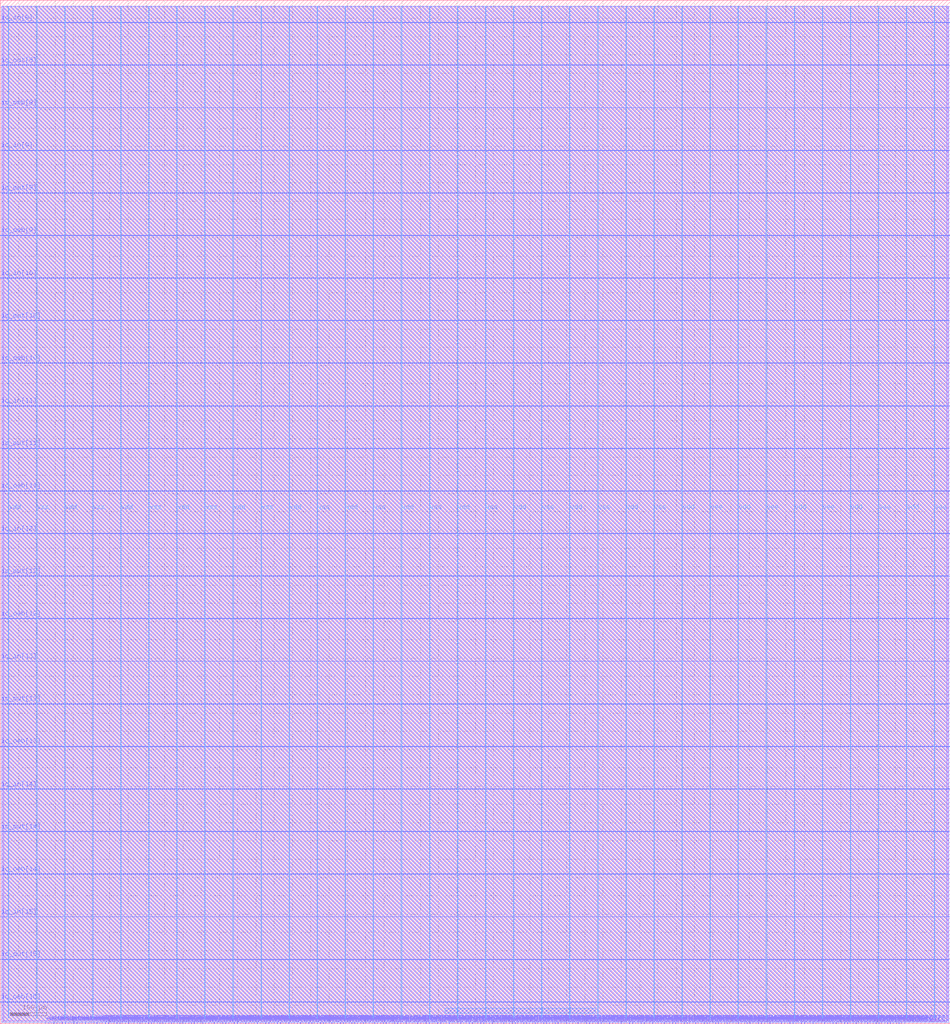
<source format=lef>
VERSION 5.7 ;
  NOWIREEXTENSIONATPIN ON ;
  DIVIDERCHAR "/" ;
  BUSBITCHARS "[]" ;
MACRO user_proj_example
  CLASS BLOCK ;
  FOREIGN user_proj_example ;
  ORIGIN 0.000 0.000 ;
  SIZE 2600.000 BY 2800.000 ;
  PIN io_in[0]
    DIRECTION INPUT ;
    USE SIGNAL ;
    PORT
      LAYER Metal3 ;
        RECT 2596.000 59.360 2600.000 59.920 ;
    END
  END io_in[0]
  PIN io_in[10]
    DIRECTION INPUT ;
    USE SIGNAL ;
    PORT
      LAYER Metal3 ;
        RECT 0.000 2039.520 4.000 2040.080 ;
    END
  END io_in[10]
  PIN io_in[11]
    DIRECTION INPUT ;
    USE SIGNAL ;
    PORT
      LAYER Metal3 ;
        RECT 0.000 1690.080 4.000 1690.640 ;
    END
  END io_in[11]
  PIN io_in[12]
    DIRECTION INPUT ;
    USE SIGNAL ;
    PORT
      LAYER Metal3 ;
        RECT 0.000 1340.640 4.000 1341.200 ;
    END
  END io_in[12]
  PIN io_in[13]
    DIRECTION INPUT ;
    USE SIGNAL ;
    PORT
      LAYER Metal3 ;
        RECT 0.000 991.200 4.000 991.760 ;
    END
  END io_in[13]
  PIN io_in[14]
    DIRECTION INPUT ;
    USE SIGNAL ;
    PORT
      LAYER Metal3 ;
        RECT 0.000 641.760 4.000 642.320 ;
    END
  END io_in[14]
  PIN io_in[15]
    DIRECTION INPUT ;
    USE SIGNAL ;
    PORT
      LAYER Metal3 ;
        RECT 0.000 292.320 4.000 292.880 ;
    END
  END io_in[15]
  PIN io_in[1]
    DIRECTION INPUT ;
    USE SIGNAL ;
    PORT
      LAYER Metal3 ;
        RECT 2596.000 408.800 2600.000 409.360 ;
    END
  END io_in[1]
  PIN io_in[2]
    DIRECTION INPUT ;
    USE SIGNAL ;
    PORT
      LAYER Metal3 ;
        RECT 2596.000 758.240 2600.000 758.800 ;
    END
  END io_in[2]
  PIN io_in[3]
    DIRECTION INPUT ;
    USE SIGNAL ;
    PORT
      LAYER Metal3 ;
        RECT 2596.000 1107.680 2600.000 1108.240 ;
    END
  END io_in[3]
  PIN io_in[4]
    DIRECTION INPUT ;
    USE SIGNAL ;
    PORT
      LAYER Metal3 ;
        RECT 2596.000 1457.120 2600.000 1457.680 ;
    END
  END io_in[4]
  PIN io_in[5]
    DIRECTION INPUT ;
    USE SIGNAL ;
    PORT
      LAYER Metal3 ;
        RECT 2596.000 1806.560 2600.000 1807.120 ;
    END
  END io_in[5]
  PIN io_in[6]
    DIRECTION INPUT ;
    USE SIGNAL ;
    PORT
      LAYER Metal3 ;
        RECT 2596.000 2156.000 2600.000 2156.560 ;
    END
  END io_in[6]
  PIN io_in[7]
    DIRECTION INPUT ;
    USE SIGNAL ;
    PORT
      LAYER Metal3 ;
        RECT 2596.000 2505.440 2600.000 2506.000 ;
    END
  END io_in[7]
  PIN io_in[8]
    DIRECTION INPUT ;
    USE SIGNAL ;
    PORT
      LAYER Metal3 ;
        RECT 0.000 2738.400 4.000 2738.960 ;
    END
  END io_in[8]
  PIN io_in[9]
    DIRECTION INPUT ;
    USE SIGNAL ;
    PORT
      LAYER Metal3 ;
        RECT 0.000 2388.960 4.000 2389.520 ;
    END
  END io_in[9]
  PIN io_oeb[0]
    DIRECTION OUTPUT TRISTATE ;
    USE SIGNAL ;
    ANTENNADIFFAREA 4.731200 ;
    PORT
      LAYER Metal3 ;
        RECT 2596.000 292.320 2600.000 292.880 ;
    END
  END io_oeb[0]
  PIN io_oeb[10]
    DIRECTION OUTPUT TRISTATE ;
    USE SIGNAL ;
    ANTENNADIFFAREA 4.731200 ;
    PORT
      LAYER Metal3 ;
        RECT 0.000 1806.560 4.000 1807.120 ;
    END
  END io_oeb[10]
  PIN io_oeb[11]
    DIRECTION OUTPUT TRISTATE ;
    USE SIGNAL ;
    ANTENNADIFFAREA 4.731200 ;
    PORT
      LAYER Metal3 ;
        RECT 0.000 1457.120 4.000 1457.680 ;
    END
  END io_oeb[11]
  PIN io_oeb[12]
    DIRECTION OUTPUT TRISTATE ;
    USE SIGNAL ;
    ANTENNADIFFAREA 4.731200 ;
    PORT
      LAYER Metal3 ;
        RECT 0.000 1107.680 4.000 1108.240 ;
    END
  END io_oeb[12]
  PIN io_oeb[13]
    DIRECTION OUTPUT TRISTATE ;
    USE SIGNAL ;
    ANTENNADIFFAREA 4.731200 ;
    PORT
      LAYER Metal3 ;
        RECT 0.000 758.240 4.000 758.800 ;
    END
  END io_oeb[13]
  PIN io_oeb[14]
    DIRECTION OUTPUT TRISTATE ;
    USE SIGNAL ;
    ANTENNADIFFAREA 4.731200 ;
    PORT
      LAYER Metal3 ;
        RECT 0.000 408.800 4.000 409.360 ;
    END
  END io_oeb[14]
  PIN io_oeb[15]
    DIRECTION OUTPUT TRISTATE ;
    USE SIGNAL ;
    ANTENNADIFFAREA 4.731200 ;
    PORT
      LAYER Metal3 ;
        RECT 0.000 59.360 4.000 59.920 ;
    END
  END io_oeb[15]
  PIN io_oeb[1]
    DIRECTION OUTPUT TRISTATE ;
    USE SIGNAL ;
    ANTENNADIFFAREA 4.731200 ;
    PORT
      LAYER Metal3 ;
        RECT 2596.000 641.760 2600.000 642.320 ;
    END
  END io_oeb[1]
  PIN io_oeb[2]
    DIRECTION OUTPUT TRISTATE ;
    USE SIGNAL ;
    ANTENNADIFFAREA 4.731200 ;
    PORT
      LAYER Metal3 ;
        RECT 2596.000 991.200 2600.000 991.760 ;
    END
  END io_oeb[2]
  PIN io_oeb[3]
    DIRECTION OUTPUT TRISTATE ;
    USE SIGNAL ;
    ANTENNADIFFAREA 4.731200 ;
    PORT
      LAYER Metal3 ;
        RECT 2596.000 1340.640 2600.000 1341.200 ;
    END
  END io_oeb[3]
  PIN io_oeb[4]
    DIRECTION OUTPUT TRISTATE ;
    USE SIGNAL ;
    ANTENNADIFFAREA 4.731200 ;
    PORT
      LAYER Metal3 ;
        RECT 2596.000 1690.080 2600.000 1690.640 ;
    END
  END io_oeb[4]
  PIN io_oeb[5]
    DIRECTION OUTPUT TRISTATE ;
    USE SIGNAL ;
    ANTENNADIFFAREA 4.731200 ;
    PORT
      LAYER Metal3 ;
        RECT 2596.000 2039.520 2600.000 2040.080 ;
    END
  END io_oeb[5]
  PIN io_oeb[6]
    DIRECTION OUTPUT TRISTATE ;
    USE SIGNAL ;
    ANTENNADIFFAREA 4.731200 ;
    PORT
      LAYER Metal3 ;
        RECT 2596.000 2388.960 2600.000 2389.520 ;
    END
  END io_oeb[6]
  PIN io_oeb[7]
    DIRECTION OUTPUT TRISTATE ;
    USE SIGNAL ;
    ANTENNADIFFAREA 4.731200 ;
    PORT
      LAYER Metal3 ;
        RECT 2596.000 2738.400 2600.000 2738.960 ;
    END
  END io_oeb[7]
  PIN io_oeb[8]
    DIRECTION OUTPUT TRISTATE ;
    USE SIGNAL ;
    ANTENNADIFFAREA 4.731200 ;
    PORT
      LAYER Metal3 ;
        RECT 0.000 2505.440 4.000 2506.000 ;
    END
  END io_oeb[8]
  PIN io_oeb[9]
    DIRECTION OUTPUT TRISTATE ;
    USE SIGNAL ;
    ANTENNADIFFAREA 4.731200 ;
    PORT
      LAYER Metal3 ;
        RECT 0.000 2156.000 4.000 2156.560 ;
    END
  END io_oeb[9]
  PIN io_out[0]
    DIRECTION OUTPUT TRISTATE ;
    USE SIGNAL ;
    ANTENNADIFFAREA 4.731200 ;
    PORT
      LAYER Metal3 ;
        RECT 2596.000 175.840 2600.000 176.400 ;
    END
  END io_out[0]
  PIN io_out[10]
    DIRECTION OUTPUT TRISTATE ;
    USE SIGNAL ;
    ANTENNADIFFAREA 4.731200 ;
    PORT
      LAYER Metal3 ;
        RECT 0.000 1923.040 4.000 1923.600 ;
    END
  END io_out[10]
  PIN io_out[11]
    DIRECTION OUTPUT TRISTATE ;
    USE SIGNAL ;
    ANTENNADIFFAREA 4.731200 ;
    PORT
      LAYER Metal3 ;
        RECT 0.000 1573.600 4.000 1574.160 ;
    END
  END io_out[11]
  PIN io_out[12]
    DIRECTION OUTPUT TRISTATE ;
    USE SIGNAL ;
    ANTENNADIFFAREA 4.731200 ;
    PORT
      LAYER Metal3 ;
        RECT 0.000 1224.160 4.000 1224.720 ;
    END
  END io_out[12]
  PIN io_out[13]
    DIRECTION OUTPUT TRISTATE ;
    USE SIGNAL ;
    ANTENNADIFFAREA 4.731200 ;
    PORT
      LAYER Metal3 ;
        RECT 0.000 874.720 4.000 875.280 ;
    END
  END io_out[13]
  PIN io_out[14]
    DIRECTION OUTPUT TRISTATE ;
    USE SIGNAL ;
    ANTENNADIFFAREA 4.731200 ;
    PORT
      LAYER Metal3 ;
        RECT 0.000 525.280 4.000 525.840 ;
    END
  END io_out[14]
  PIN io_out[15]
    DIRECTION OUTPUT TRISTATE ;
    USE SIGNAL ;
    ANTENNADIFFAREA 4.731200 ;
    PORT
      LAYER Metal3 ;
        RECT 0.000 175.840 4.000 176.400 ;
    END
  END io_out[15]
  PIN io_out[1]
    DIRECTION OUTPUT TRISTATE ;
    USE SIGNAL ;
    ANTENNADIFFAREA 4.731200 ;
    PORT
      LAYER Metal3 ;
        RECT 2596.000 525.280 2600.000 525.840 ;
    END
  END io_out[1]
  PIN io_out[2]
    DIRECTION OUTPUT TRISTATE ;
    USE SIGNAL ;
    ANTENNADIFFAREA 4.731200 ;
    PORT
      LAYER Metal3 ;
        RECT 2596.000 874.720 2600.000 875.280 ;
    END
  END io_out[2]
  PIN io_out[3]
    DIRECTION OUTPUT TRISTATE ;
    USE SIGNAL ;
    ANTENNADIFFAREA 4.731200 ;
    PORT
      LAYER Metal3 ;
        RECT 2596.000 1224.160 2600.000 1224.720 ;
    END
  END io_out[3]
  PIN io_out[4]
    DIRECTION OUTPUT TRISTATE ;
    USE SIGNAL ;
    ANTENNADIFFAREA 4.731200 ;
    PORT
      LAYER Metal3 ;
        RECT 2596.000 1573.600 2600.000 1574.160 ;
    END
  END io_out[4]
  PIN io_out[5]
    DIRECTION OUTPUT TRISTATE ;
    USE SIGNAL ;
    ANTENNADIFFAREA 4.731200 ;
    PORT
      LAYER Metal3 ;
        RECT 2596.000 1923.040 2600.000 1923.600 ;
    END
  END io_out[5]
  PIN io_out[6]
    DIRECTION OUTPUT TRISTATE ;
    USE SIGNAL ;
    ANTENNADIFFAREA 4.731200 ;
    PORT
      LAYER Metal3 ;
        RECT 2596.000 2272.480 2600.000 2273.040 ;
    END
  END io_out[6]
  PIN io_out[7]
    DIRECTION OUTPUT TRISTATE ;
    USE SIGNAL ;
    ANTENNADIFFAREA 4.731200 ;
    PORT
      LAYER Metal3 ;
        RECT 2596.000 2621.920 2600.000 2622.480 ;
    END
  END io_out[7]
  PIN io_out[8]
    DIRECTION OUTPUT TRISTATE ;
    USE SIGNAL ;
    ANTENNADIFFAREA 4.731200 ;
    PORT
      LAYER Metal3 ;
        RECT 0.000 2621.920 4.000 2622.480 ;
    END
  END io_out[8]
  PIN io_out[9]
    DIRECTION OUTPUT TRISTATE ;
    USE SIGNAL ;
    ANTENNADIFFAREA 4.731200 ;
    PORT
      LAYER Metal3 ;
        RECT 0.000 2272.480 4.000 2273.040 ;
    END
  END io_out[9]
  PIN irq[0]
    DIRECTION OUTPUT TRISTATE ;
    USE SIGNAL ;
    ANTENNADIFFAREA 0.360800 ;
    PORT
      LAYER Metal2 ;
        RECT 2459.520 0.000 2460.080 4.000 ;
    END
  END irq[0]
  PIN irq[1]
    DIRECTION OUTPUT TRISTATE ;
    USE SIGNAL ;
    ANTENNADIFFAREA 0.360800 ;
    PORT
      LAYER Metal2 ;
        RECT 2467.360 0.000 2467.920 4.000 ;
    END
  END irq[1]
  PIN irq[2]
    DIRECTION OUTPUT TRISTATE ;
    USE SIGNAL ;
    ANTENNADIFFAREA 0.360800 ;
    PORT
      LAYER Metal2 ;
        RECT 2475.200 0.000 2475.760 4.000 ;
    END
  END irq[2]
  PIN la_data_in[0]
    DIRECTION INPUT ;
    USE SIGNAL ;
    PORT
      LAYER Metal2 ;
        RECT 954.240 0.000 954.800 4.000 ;
    END
  END la_data_in[0]
  PIN la_data_in[10]
    DIRECTION INPUT ;
    USE SIGNAL ;
    PORT
      LAYER Metal2 ;
        RECT 1189.440 0.000 1190.000 4.000 ;
    END
  END la_data_in[10]
  PIN la_data_in[11]
    DIRECTION INPUT ;
    USE SIGNAL ;
    PORT
      LAYER Metal2 ;
        RECT 1212.960 0.000 1213.520 4.000 ;
    END
  END la_data_in[11]
  PIN la_data_in[12]
    DIRECTION INPUT ;
    USE SIGNAL ;
    PORT
      LAYER Metal2 ;
        RECT 1236.480 0.000 1237.040 4.000 ;
    END
  END la_data_in[12]
  PIN la_data_in[13]
    DIRECTION INPUT ;
    USE SIGNAL ;
    PORT
      LAYER Metal2 ;
        RECT 1260.000 0.000 1260.560 4.000 ;
    END
  END la_data_in[13]
  PIN la_data_in[14]
    DIRECTION INPUT ;
    USE SIGNAL ;
    PORT
      LAYER Metal2 ;
        RECT 1283.520 0.000 1284.080 4.000 ;
    END
  END la_data_in[14]
  PIN la_data_in[15]
    DIRECTION INPUT ;
    USE SIGNAL ;
    PORT
      LAYER Metal2 ;
        RECT 1307.040 0.000 1307.600 4.000 ;
    END
  END la_data_in[15]
  PIN la_data_in[16]
    DIRECTION INPUT ;
    USE SIGNAL ;
    PORT
      LAYER Metal2 ;
        RECT 1330.560 0.000 1331.120 4.000 ;
    END
  END la_data_in[16]
  PIN la_data_in[17]
    DIRECTION INPUT ;
    USE SIGNAL ;
    PORT
      LAYER Metal2 ;
        RECT 1354.080 0.000 1354.640 4.000 ;
    END
  END la_data_in[17]
  PIN la_data_in[18]
    DIRECTION INPUT ;
    USE SIGNAL ;
    PORT
      LAYER Metal2 ;
        RECT 1377.600 0.000 1378.160 4.000 ;
    END
  END la_data_in[18]
  PIN la_data_in[19]
    DIRECTION INPUT ;
    USE SIGNAL ;
    PORT
      LAYER Metal2 ;
        RECT 1401.120 0.000 1401.680 4.000 ;
    END
  END la_data_in[19]
  PIN la_data_in[1]
    DIRECTION INPUT ;
    USE SIGNAL ;
    PORT
      LAYER Metal2 ;
        RECT 977.760 0.000 978.320 4.000 ;
    END
  END la_data_in[1]
  PIN la_data_in[20]
    DIRECTION INPUT ;
    USE SIGNAL ;
    PORT
      LAYER Metal2 ;
        RECT 1424.640 0.000 1425.200 4.000 ;
    END
  END la_data_in[20]
  PIN la_data_in[21]
    DIRECTION INPUT ;
    USE SIGNAL ;
    PORT
      LAYER Metal2 ;
        RECT 1448.160 0.000 1448.720 4.000 ;
    END
  END la_data_in[21]
  PIN la_data_in[22]
    DIRECTION INPUT ;
    USE SIGNAL ;
    PORT
      LAYER Metal2 ;
        RECT 1471.680 0.000 1472.240 4.000 ;
    END
  END la_data_in[22]
  PIN la_data_in[23]
    DIRECTION INPUT ;
    USE SIGNAL ;
    PORT
      LAYER Metal2 ;
        RECT 1495.200 0.000 1495.760 4.000 ;
    END
  END la_data_in[23]
  PIN la_data_in[24]
    DIRECTION INPUT ;
    USE SIGNAL ;
    PORT
      LAYER Metal2 ;
        RECT 1518.720 0.000 1519.280 4.000 ;
    END
  END la_data_in[24]
  PIN la_data_in[25]
    DIRECTION INPUT ;
    USE SIGNAL ;
    PORT
      LAYER Metal2 ;
        RECT 1542.240 0.000 1542.800 4.000 ;
    END
  END la_data_in[25]
  PIN la_data_in[26]
    DIRECTION INPUT ;
    USE SIGNAL ;
    PORT
      LAYER Metal2 ;
        RECT 1565.760 0.000 1566.320 4.000 ;
    END
  END la_data_in[26]
  PIN la_data_in[27]
    DIRECTION INPUT ;
    USE SIGNAL ;
    PORT
      LAYER Metal2 ;
        RECT 1589.280 0.000 1589.840 4.000 ;
    END
  END la_data_in[27]
  PIN la_data_in[28]
    DIRECTION INPUT ;
    USE SIGNAL ;
    PORT
      LAYER Metal2 ;
        RECT 1612.800 0.000 1613.360 4.000 ;
    END
  END la_data_in[28]
  PIN la_data_in[29]
    DIRECTION INPUT ;
    USE SIGNAL ;
    PORT
      LAYER Metal2 ;
        RECT 1636.320 0.000 1636.880 4.000 ;
    END
  END la_data_in[29]
  PIN la_data_in[2]
    DIRECTION INPUT ;
    USE SIGNAL ;
    PORT
      LAYER Metal2 ;
        RECT 1001.280 0.000 1001.840 4.000 ;
    END
  END la_data_in[2]
  PIN la_data_in[30]
    DIRECTION INPUT ;
    USE SIGNAL ;
    PORT
      LAYER Metal2 ;
        RECT 1659.840 0.000 1660.400 4.000 ;
    END
  END la_data_in[30]
  PIN la_data_in[31]
    DIRECTION INPUT ;
    USE SIGNAL ;
    PORT
      LAYER Metal2 ;
        RECT 1683.360 0.000 1683.920 4.000 ;
    END
  END la_data_in[31]
  PIN la_data_in[32]
    DIRECTION INPUT ;
    USE SIGNAL ;
    PORT
      LAYER Metal2 ;
        RECT 1706.880 0.000 1707.440 4.000 ;
    END
  END la_data_in[32]
  PIN la_data_in[33]
    DIRECTION INPUT ;
    USE SIGNAL ;
    PORT
      LAYER Metal2 ;
        RECT 1730.400 0.000 1730.960 4.000 ;
    END
  END la_data_in[33]
  PIN la_data_in[34]
    DIRECTION INPUT ;
    USE SIGNAL ;
    PORT
      LAYER Metal2 ;
        RECT 1753.920 0.000 1754.480 4.000 ;
    END
  END la_data_in[34]
  PIN la_data_in[35]
    DIRECTION INPUT ;
    USE SIGNAL ;
    PORT
      LAYER Metal2 ;
        RECT 1777.440 0.000 1778.000 4.000 ;
    END
  END la_data_in[35]
  PIN la_data_in[36]
    DIRECTION INPUT ;
    USE SIGNAL ;
    PORT
      LAYER Metal2 ;
        RECT 1800.960 0.000 1801.520 4.000 ;
    END
  END la_data_in[36]
  PIN la_data_in[37]
    DIRECTION INPUT ;
    USE SIGNAL ;
    PORT
      LAYER Metal2 ;
        RECT 1824.480 0.000 1825.040 4.000 ;
    END
  END la_data_in[37]
  PIN la_data_in[38]
    DIRECTION INPUT ;
    USE SIGNAL ;
    PORT
      LAYER Metal2 ;
        RECT 1848.000 0.000 1848.560 4.000 ;
    END
  END la_data_in[38]
  PIN la_data_in[39]
    DIRECTION INPUT ;
    USE SIGNAL ;
    PORT
      LAYER Metal2 ;
        RECT 1871.520 0.000 1872.080 4.000 ;
    END
  END la_data_in[39]
  PIN la_data_in[3]
    DIRECTION INPUT ;
    USE SIGNAL ;
    PORT
      LAYER Metal2 ;
        RECT 1024.800 0.000 1025.360 4.000 ;
    END
  END la_data_in[3]
  PIN la_data_in[40]
    DIRECTION INPUT ;
    USE SIGNAL ;
    PORT
      LAYER Metal2 ;
        RECT 1895.040 0.000 1895.600 4.000 ;
    END
  END la_data_in[40]
  PIN la_data_in[41]
    DIRECTION INPUT ;
    USE SIGNAL ;
    PORT
      LAYER Metal2 ;
        RECT 1918.560 0.000 1919.120 4.000 ;
    END
  END la_data_in[41]
  PIN la_data_in[42]
    DIRECTION INPUT ;
    USE SIGNAL ;
    PORT
      LAYER Metal2 ;
        RECT 1942.080 0.000 1942.640 4.000 ;
    END
  END la_data_in[42]
  PIN la_data_in[43]
    DIRECTION INPUT ;
    USE SIGNAL ;
    PORT
      LAYER Metal2 ;
        RECT 1965.600 0.000 1966.160 4.000 ;
    END
  END la_data_in[43]
  PIN la_data_in[44]
    DIRECTION INPUT ;
    USE SIGNAL ;
    PORT
      LAYER Metal2 ;
        RECT 1989.120 0.000 1989.680 4.000 ;
    END
  END la_data_in[44]
  PIN la_data_in[45]
    DIRECTION INPUT ;
    USE SIGNAL ;
    PORT
      LAYER Metal2 ;
        RECT 2012.640 0.000 2013.200 4.000 ;
    END
  END la_data_in[45]
  PIN la_data_in[46]
    DIRECTION INPUT ;
    USE SIGNAL ;
    ANTENNAGATEAREA 0.396000 ;
    ANTENNADIFFAREA 0.410400 ;
    PORT
      LAYER Metal2 ;
        RECT 2036.160 0.000 2036.720 4.000 ;
    END
  END la_data_in[46]
  PIN la_data_in[47]
    DIRECTION INPUT ;
    USE SIGNAL ;
    ANTENNAGATEAREA 0.396000 ;
    ANTENNADIFFAREA 0.410400 ;
    PORT
      LAYER Metal2 ;
        RECT 2059.680 0.000 2060.240 4.000 ;
    END
  END la_data_in[47]
  PIN la_data_in[48]
    DIRECTION INPUT ;
    USE SIGNAL ;
    ANTENNAGATEAREA 0.396000 ;
    ANTENNADIFFAREA 0.410400 ;
    PORT
      LAYER Metal2 ;
        RECT 2083.200 0.000 2083.760 4.000 ;
    END
  END la_data_in[48]
  PIN la_data_in[49]
    DIRECTION INPUT ;
    USE SIGNAL ;
    ANTENNAGATEAREA 0.396000 ;
    ANTENNADIFFAREA 0.410400 ;
    PORT
      LAYER Metal2 ;
        RECT 2106.720 0.000 2107.280 4.000 ;
    END
  END la_data_in[49]
  PIN la_data_in[4]
    DIRECTION INPUT ;
    USE SIGNAL ;
    PORT
      LAYER Metal2 ;
        RECT 1048.320 0.000 1048.880 4.000 ;
    END
  END la_data_in[4]
  PIN la_data_in[50]
    DIRECTION INPUT ;
    USE SIGNAL ;
    ANTENNAGATEAREA 0.396000 ;
    ANTENNADIFFAREA 0.410400 ;
    PORT
      LAYER Metal2 ;
        RECT 2130.240 0.000 2130.800 4.000 ;
    END
  END la_data_in[50]
  PIN la_data_in[51]
    DIRECTION INPUT ;
    USE SIGNAL ;
    ANTENNAGATEAREA 0.396000 ;
    ANTENNADIFFAREA 0.410400 ;
    PORT
      LAYER Metal2 ;
        RECT 2153.760 0.000 2154.320 4.000 ;
    END
  END la_data_in[51]
  PIN la_data_in[52]
    DIRECTION INPUT ;
    USE SIGNAL ;
    ANTENNAGATEAREA 0.396000 ;
    ANTENNADIFFAREA 0.410400 ;
    PORT
      LAYER Metal2 ;
        RECT 2177.280 0.000 2177.840 4.000 ;
    END
  END la_data_in[52]
  PIN la_data_in[53]
    DIRECTION INPUT ;
    USE SIGNAL ;
    ANTENNAGATEAREA 0.396000 ;
    ANTENNADIFFAREA 0.410400 ;
    PORT
      LAYER Metal2 ;
        RECT 2200.800 0.000 2201.360 4.000 ;
    END
  END la_data_in[53]
  PIN la_data_in[54]
    DIRECTION INPUT ;
    USE SIGNAL ;
    ANTENNAGATEAREA 0.396000 ;
    ANTENNADIFFAREA 0.410400 ;
    PORT
      LAYER Metal2 ;
        RECT 2224.320 0.000 2224.880 4.000 ;
    END
  END la_data_in[54]
  PIN la_data_in[55]
    DIRECTION INPUT ;
    USE SIGNAL ;
    ANTENNAGATEAREA 0.396000 ;
    ANTENNADIFFAREA 0.410400 ;
    PORT
      LAYER Metal2 ;
        RECT 2247.840 0.000 2248.400 4.000 ;
    END
  END la_data_in[55]
  PIN la_data_in[56]
    DIRECTION INPUT ;
    USE SIGNAL ;
    ANTENNAGATEAREA 0.396000 ;
    ANTENNADIFFAREA 0.410400 ;
    PORT
      LAYER Metal2 ;
        RECT 2271.360 0.000 2271.920 4.000 ;
    END
  END la_data_in[56]
  PIN la_data_in[57]
    DIRECTION INPUT ;
    USE SIGNAL ;
    ANTENNAGATEAREA 0.396000 ;
    ANTENNADIFFAREA 0.410400 ;
    PORT
      LAYER Metal2 ;
        RECT 2294.880 0.000 2295.440 4.000 ;
    END
  END la_data_in[57]
  PIN la_data_in[58]
    DIRECTION INPUT ;
    USE SIGNAL ;
    ANTENNAGATEAREA 0.396000 ;
    ANTENNADIFFAREA 0.410400 ;
    PORT
      LAYER Metal2 ;
        RECT 2318.400 0.000 2318.960 4.000 ;
    END
  END la_data_in[58]
  PIN la_data_in[59]
    DIRECTION INPUT ;
    USE SIGNAL ;
    ANTENNAGATEAREA 0.396000 ;
    ANTENNADIFFAREA 0.410400 ;
    PORT
      LAYER Metal2 ;
        RECT 2341.920 0.000 2342.480 4.000 ;
    END
  END la_data_in[59]
  PIN la_data_in[5]
    DIRECTION INPUT ;
    USE SIGNAL ;
    PORT
      LAYER Metal2 ;
        RECT 1071.840 0.000 1072.400 4.000 ;
    END
  END la_data_in[5]
  PIN la_data_in[60]
    DIRECTION INPUT ;
    USE SIGNAL ;
    ANTENNAGATEAREA 0.396000 ;
    ANTENNADIFFAREA 0.410400 ;
    PORT
      LAYER Metal2 ;
        RECT 2365.440 0.000 2366.000 4.000 ;
    END
  END la_data_in[60]
  PIN la_data_in[61]
    DIRECTION INPUT ;
    USE SIGNAL ;
    ANTENNAGATEAREA 0.396000 ;
    ANTENNADIFFAREA 0.410400 ;
    PORT
      LAYER Metal2 ;
        RECT 2388.960 0.000 2389.520 4.000 ;
    END
  END la_data_in[61]
  PIN la_data_in[62]
    DIRECTION INPUT ;
    USE SIGNAL ;
    ANTENNAGATEAREA 1.183000 ;
    ANTENNADIFFAREA 0.410400 ;
    PORT
      LAYER Metal2 ;
        RECT 2412.480 0.000 2413.040 4.000 ;
    END
  END la_data_in[62]
  PIN la_data_in[63]
    DIRECTION INPUT ;
    USE SIGNAL ;
    ANTENNAGATEAREA 0.396000 ;
    ANTENNADIFFAREA 0.410400 ;
    PORT
      LAYER Metal2 ;
        RECT 2436.000 0.000 2436.560 4.000 ;
    END
  END la_data_in[63]
  PIN la_data_in[6]
    DIRECTION INPUT ;
    USE SIGNAL ;
    PORT
      LAYER Metal2 ;
        RECT 1095.360 0.000 1095.920 4.000 ;
    END
  END la_data_in[6]
  PIN la_data_in[7]
    DIRECTION INPUT ;
    USE SIGNAL ;
    PORT
      LAYER Metal2 ;
        RECT 1118.880 0.000 1119.440 4.000 ;
    END
  END la_data_in[7]
  PIN la_data_in[8]
    DIRECTION INPUT ;
    USE SIGNAL ;
    PORT
      LAYER Metal2 ;
        RECT 1142.400 0.000 1142.960 4.000 ;
    END
  END la_data_in[8]
  PIN la_data_in[9]
    DIRECTION INPUT ;
    USE SIGNAL ;
    PORT
      LAYER Metal2 ;
        RECT 1165.920 0.000 1166.480 4.000 ;
    END
  END la_data_in[9]
  PIN la_data_out[0]
    DIRECTION OUTPUT TRISTATE ;
    USE SIGNAL ;
    ANTENNADIFFAREA 4.731200 ;
    PORT
      LAYER Metal2 ;
        RECT 962.080 0.000 962.640 4.000 ;
    END
  END la_data_out[0]
  PIN la_data_out[10]
    DIRECTION OUTPUT TRISTATE ;
    USE SIGNAL ;
    ANTENNADIFFAREA 4.731200 ;
    PORT
      LAYER Metal2 ;
        RECT 1197.280 0.000 1197.840 4.000 ;
    END
  END la_data_out[10]
  PIN la_data_out[11]
    DIRECTION OUTPUT TRISTATE ;
    USE SIGNAL ;
    ANTENNADIFFAREA 4.731200 ;
    PORT
      LAYER Metal2 ;
        RECT 1220.800 0.000 1221.360 4.000 ;
    END
  END la_data_out[11]
  PIN la_data_out[12]
    DIRECTION OUTPUT TRISTATE ;
    USE SIGNAL ;
    ANTENNADIFFAREA 4.731200 ;
    PORT
      LAYER Metal2 ;
        RECT 1244.320 0.000 1244.880 4.000 ;
    END
  END la_data_out[12]
  PIN la_data_out[13]
    DIRECTION OUTPUT TRISTATE ;
    USE SIGNAL ;
    ANTENNADIFFAREA 4.731200 ;
    PORT
      LAYER Metal2 ;
        RECT 1267.840 0.000 1268.400 4.000 ;
    END
  END la_data_out[13]
  PIN la_data_out[14]
    DIRECTION OUTPUT TRISTATE ;
    USE SIGNAL ;
    ANTENNADIFFAREA 4.731200 ;
    PORT
      LAYER Metal2 ;
        RECT 1291.360 0.000 1291.920 4.000 ;
    END
  END la_data_out[14]
  PIN la_data_out[15]
    DIRECTION OUTPUT TRISTATE ;
    USE SIGNAL ;
    ANTENNADIFFAREA 4.731200 ;
    PORT
      LAYER Metal2 ;
        RECT 1314.880 0.000 1315.440 4.000 ;
    END
  END la_data_out[15]
  PIN la_data_out[16]
    DIRECTION OUTPUT TRISTATE ;
    USE SIGNAL ;
    ANTENNADIFFAREA 0.360800 ;
    PORT
      LAYER Metal2 ;
        RECT 1338.400 0.000 1338.960 4.000 ;
    END
  END la_data_out[16]
  PIN la_data_out[17]
    DIRECTION OUTPUT TRISTATE ;
    USE SIGNAL ;
    ANTENNADIFFAREA 0.360800 ;
    PORT
      LAYER Metal2 ;
        RECT 1361.920 0.000 1362.480 4.000 ;
    END
  END la_data_out[17]
  PIN la_data_out[18]
    DIRECTION OUTPUT TRISTATE ;
    USE SIGNAL ;
    ANTENNADIFFAREA 0.360800 ;
    PORT
      LAYER Metal2 ;
        RECT 1385.440 0.000 1386.000 4.000 ;
    END
  END la_data_out[18]
  PIN la_data_out[19]
    DIRECTION OUTPUT TRISTATE ;
    USE SIGNAL ;
    ANTENNADIFFAREA 0.360800 ;
    PORT
      LAYER Metal2 ;
        RECT 1408.960 0.000 1409.520 4.000 ;
    END
  END la_data_out[19]
  PIN la_data_out[1]
    DIRECTION OUTPUT TRISTATE ;
    USE SIGNAL ;
    ANTENNADIFFAREA 4.731200 ;
    PORT
      LAYER Metal2 ;
        RECT 985.600 0.000 986.160 4.000 ;
    END
  END la_data_out[1]
  PIN la_data_out[20]
    DIRECTION OUTPUT TRISTATE ;
    USE SIGNAL ;
    ANTENNADIFFAREA 0.360800 ;
    PORT
      LAYER Metal2 ;
        RECT 1432.480 0.000 1433.040 4.000 ;
    END
  END la_data_out[20]
  PIN la_data_out[21]
    DIRECTION OUTPUT TRISTATE ;
    USE SIGNAL ;
    ANTENNADIFFAREA 0.360800 ;
    PORT
      LAYER Metal2 ;
        RECT 1456.000 0.000 1456.560 4.000 ;
    END
  END la_data_out[21]
  PIN la_data_out[22]
    DIRECTION OUTPUT TRISTATE ;
    USE SIGNAL ;
    ANTENNADIFFAREA 0.360800 ;
    PORT
      LAYER Metal2 ;
        RECT 1479.520 0.000 1480.080 4.000 ;
    END
  END la_data_out[22]
  PIN la_data_out[23]
    DIRECTION OUTPUT TRISTATE ;
    USE SIGNAL ;
    ANTENNADIFFAREA 0.360800 ;
    PORT
      LAYER Metal2 ;
        RECT 1503.040 0.000 1503.600 4.000 ;
    END
  END la_data_out[23]
  PIN la_data_out[24]
    DIRECTION OUTPUT TRISTATE ;
    USE SIGNAL ;
    ANTENNADIFFAREA 0.360800 ;
    PORT
      LAYER Metal2 ;
        RECT 1526.560 0.000 1527.120 4.000 ;
    END
  END la_data_out[24]
  PIN la_data_out[25]
    DIRECTION OUTPUT TRISTATE ;
    USE SIGNAL ;
    ANTENNADIFFAREA 0.360800 ;
    PORT
      LAYER Metal2 ;
        RECT 1550.080 0.000 1550.640 4.000 ;
    END
  END la_data_out[25]
  PIN la_data_out[26]
    DIRECTION OUTPUT TRISTATE ;
    USE SIGNAL ;
    ANTENNADIFFAREA 0.360800 ;
    PORT
      LAYER Metal2 ;
        RECT 1573.600 0.000 1574.160 4.000 ;
    END
  END la_data_out[26]
  PIN la_data_out[27]
    DIRECTION OUTPUT TRISTATE ;
    USE SIGNAL ;
    ANTENNADIFFAREA 0.360800 ;
    PORT
      LAYER Metal2 ;
        RECT 1597.120 0.000 1597.680 4.000 ;
    END
  END la_data_out[27]
  PIN la_data_out[28]
    DIRECTION OUTPUT TRISTATE ;
    USE SIGNAL ;
    ANTENNADIFFAREA 0.360800 ;
    PORT
      LAYER Metal2 ;
        RECT 1620.640 0.000 1621.200 4.000 ;
    END
  END la_data_out[28]
  PIN la_data_out[29]
    DIRECTION OUTPUT TRISTATE ;
    USE SIGNAL ;
    ANTENNADIFFAREA 0.360800 ;
    PORT
      LAYER Metal2 ;
        RECT 1644.160 0.000 1644.720 4.000 ;
    END
  END la_data_out[29]
  PIN la_data_out[2]
    DIRECTION OUTPUT TRISTATE ;
    USE SIGNAL ;
    ANTENNADIFFAREA 4.731200 ;
    PORT
      LAYER Metal2 ;
        RECT 1009.120 0.000 1009.680 4.000 ;
    END
  END la_data_out[2]
  PIN la_data_out[30]
    DIRECTION OUTPUT TRISTATE ;
    USE SIGNAL ;
    ANTENNADIFFAREA 0.360800 ;
    PORT
      LAYER Metal2 ;
        RECT 1667.680 0.000 1668.240 4.000 ;
    END
  END la_data_out[30]
  PIN la_data_out[31]
    DIRECTION OUTPUT TRISTATE ;
    USE SIGNAL ;
    ANTENNADIFFAREA 0.360800 ;
    PORT
      LAYER Metal2 ;
        RECT 1691.200 0.000 1691.760 4.000 ;
    END
  END la_data_out[31]
  PIN la_data_out[32]
    DIRECTION OUTPUT TRISTATE ;
    USE SIGNAL ;
    ANTENNADIFFAREA 0.360800 ;
    PORT
      LAYER Metal2 ;
        RECT 1714.720 0.000 1715.280 4.000 ;
    END
  END la_data_out[32]
  PIN la_data_out[33]
    DIRECTION OUTPUT TRISTATE ;
    USE SIGNAL ;
    ANTENNADIFFAREA 0.360800 ;
    PORT
      LAYER Metal2 ;
        RECT 1738.240 0.000 1738.800 4.000 ;
    END
  END la_data_out[33]
  PIN la_data_out[34]
    DIRECTION OUTPUT TRISTATE ;
    USE SIGNAL ;
    ANTENNADIFFAREA 0.360800 ;
    PORT
      LAYER Metal2 ;
        RECT 1761.760 0.000 1762.320 4.000 ;
    END
  END la_data_out[34]
  PIN la_data_out[35]
    DIRECTION OUTPUT TRISTATE ;
    USE SIGNAL ;
    ANTENNADIFFAREA 0.360800 ;
    PORT
      LAYER Metal2 ;
        RECT 1785.280 0.000 1785.840 4.000 ;
    END
  END la_data_out[35]
  PIN la_data_out[36]
    DIRECTION OUTPUT TRISTATE ;
    USE SIGNAL ;
    ANTENNADIFFAREA 0.360800 ;
    PORT
      LAYER Metal2 ;
        RECT 1808.800 0.000 1809.360 4.000 ;
    END
  END la_data_out[36]
  PIN la_data_out[37]
    DIRECTION OUTPUT TRISTATE ;
    USE SIGNAL ;
    ANTENNADIFFAREA 0.360800 ;
    PORT
      LAYER Metal2 ;
        RECT 1832.320 0.000 1832.880 4.000 ;
    END
  END la_data_out[37]
  PIN la_data_out[38]
    DIRECTION OUTPUT TRISTATE ;
    USE SIGNAL ;
    ANTENNADIFFAREA 0.360800 ;
    PORT
      LAYER Metal2 ;
        RECT 1855.840 0.000 1856.400 4.000 ;
    END
  END la_data_out[38]
  PIN la_data_out[39]
    DIRECTION OUTPUT TRISTATE ;
    USE SIGNAL ;
    ANTENNADIFFAREA 0.360800 ;
    PORT
      LAYER Metal2 ;
        RECT 1879.360 0.000 1879.920 4.000 ;
    END
  END la_data_out[39]
  PIN la_data_out[3]
    DIRECTION OUTPUT TRISTATE ;
    USE SIGNAL ;
    ANTENNADIFFAREA 4.731200 ;
    PORT
      LAYER Metal2 ;
        RECT 1032.640 0.000 1033.200 4.000 ;
    END
  END la_data_out[3]
  PIN la_data_out[40]
    DIRECTION OUTPUT TRISTATE ;
    USE SIGNAL ;
    ANTENNADIFFAREA 0.360800 ;
    PORT
      LAYER Metal2 ;
        RECT 1902.880 0.000 1903.440 4.000 ;
    END
  END la_data_out[40]
  PIN la_data_out[41]
    DIRECTION OUTPUT TRISTATE ;
    USE SIGNAL ;
    ANTENNADIFFAREA 0.360800 ;
    PORT
      LAYER Metal2 ;
        RECT 1926.400 0.000 1926.960 4.000 ;
    END
  END la_data_out[41]
  PIN la_data_out[42]
    DIRECTION OUTPUT TRISTATE ;
    USE SIGNAL ;
    ANTENNADIFFAREA 0.360800 ;
    PORT
      LAYER Metal2 ;
        RECT 1949.920 0.000 1950.480 4.000 ;
    END
  END la_data_out[42]
  PIN la_data_out[43]
    DIRECTION OUTPUT TRISTATE ;
    USE SIGNAL ;
    ANTENNADIFFAREA 0.360800 ;
    PORT
      LAYER Metal2 ;
        RECT 1973.440 0.000 1974.000 4.000 ;
    END
  END la_data_out[43]
  PIN la_data_out[44]
    DIRECTION OUTPUT TRISTATE ;
    USE SIGNAL ;
    ANTENNADIFFAREA 0.360800 ;
    PORT
      LAYER Metal2 ;
        RECT 1996.960 0.000 1997.520 4.000 ;
    END
  END la_data_out[44]
  PIN la_data_out[45]
    DIRECTION OUTPUT TRISTATE ;
    USE SIGNAL ;
    ANTENNADIFFAREA 0.360800 ;
    PORT
      LAYER Metal2 ;
        RECT 2020.480 0.000 2021.040 4.000 ;
    END
  END la_data_out[45]
  PIN la_data_out[46]
    DIRECTION OUTPUT TRISTATE ;
    USE SIGNAL ;
    ANTENNADIFFAREA 0.360800 ;
    PORT
      LAYER Metal2 ;
        RECT 2044.000 0.000 2044.560 4.000 ;
    END
  END la_data_out[46]
  PIN la_data_out[47]
    DIRECTION OUTPUT TRISTATE ;
    USE SIGNAL ;
    ANTENNADIFFAREA 0.360800 ;
    PORT
      LAYER Metal2 ;
        RECT 2067.520 0.000 2068.080 4.000 ;
    END
  END la_data_out[47]
  PIN la_data_out[48]
    DIRECTION OUTPUT TRISTATE ;
    USE SIGNAL ;
    ANTENNADIFFAREA 0.360800 ;
    PORT
      LAYER Metal2 ;
        RECT 2091.040 0.000 2091.600 4.000 ;
    END
  END la_data_out[48]
  PIN la_data_out[49]
    DIRECTION OUTPUT TRISTATE ;
    USE SIGNAL ;
    ANTENNADIFFAREA 0.360800 ;
    PORT
      LAYER Metal2 ;
        RECT 2114.560 0.000 2115.120 4.000 ;
    END
  END la_data_out[49]
  PIN la_data_out[4]
    DIRECTION OUTPUT TRISTATE ;
    USE SIGNAL ;
    ANTENNADIFFAREA 4.731200 ;
    PORT
      LAYER Metal2 ;
        RECT 1056.160 0.000 1056.720 4.000 ;
    END
  END la_data_out[4]
  PIN la_data_out[50]
    DIRECTION OUTPUT TRISTATE ;
    USE SIGNAL ;
    ANTENNADIFFAREA 0.360800 ;
    PORT
      LAYER Metal2 ;
        RECT 2138.080 0.000 2138.640 4.000 ;
    END
  END la_data_out[50]
  PIN la_data_out[51]
    DIRECTION OUTPUT TRISTATE ;
    USE SIGNAL ;
    ANTENNADIFFAREA 0.360800 ;
    PORT
      LAYER Metal2 ;
        RECT 2161.600 0.000 2162.160 4.000 ;
    END
  END la_data_out[51]
  PIN la_data_out[52]
    DIRECTION OUTPUT TRISTATE ;
    USE SIGNAL ;
    ANTENNADIFFAREA 0.360800 ;
    PORT
      LAYER Metal2 ;
        RECT 2185.120 0.000 2185.680 4.000 ;
    END
  END la_data_out[52]
  PIN la_data_out[53]
    DIRECTION OUTPUT TRISTATE ;
    USE SIGNAL ;
    ANTENNADIFFAREA 0.360800 ;
    PORT
      LAYER Metal2 ;
        RECT 2208.640 0.000 2209.200 4.000 ;
    END
  END la_data_out[53]
  PIN la_data_out[54]
    DIRECTION OUTPUT TRISTATE ;
    USE SIGNAL ;
    ANTENNADIFFAREA 0.360800 ;
    PORT
      LAYER Metal2 ;
        RECT 2232.160 0.000 2232.720 4.000 ;
    END
  END la_data_out[54]
  PIN la_data_out[55]
    DIRECTION OUTPUT TRISTATE ;
    USE SIGNAL ;
    ANTENNADIFFAREA 0.360800 ;
    PORT
      LAYER Metal2 ;
        RECT 2255.680 0.000 2256.240 4.000 ;
    END
  END la_data_out[55]
  PIN la_data_out[56]
    DIRECTION OUTPUT TRISTATE ;
    USE SIGNAL ;
    ANTENNADIFFAREA 0.360800 ;
    PORT
      LAYER Metal2 ;
        RECT 2279.200 0.000 2279.760 4.000 ;
    END
  END la_data_out[56]
  PIN la_data_out[57]
    DIRECTION OUTPUT TRISTATE ;
    USE SIGNAL ;
    ANTENNADIFFAREA 0.360800 ;
    PORT
      LAYER Metal2 ;
        RECT 2302.720 0.000 2303.280 4.000 ;
    END
  END la_data_out[57]
  PIN la_data_out[58]
    DIRECTION OUTPUT TRISTATE ;
    USE SIGNAL ;
    ANTENNADIFFAREA 0.360800 ;
    PORT
      LAYER Metal2 ;
        RECT 2326.240 0.000 2326.800 4.000 ;
    END
  END la_data_out[58]
  PIN la_data_out[59]
    DIRECTION OUTPUT TRISTATE ;
    USE SIGNAL ;
    ANTENNADIFFAREA 0.360800 ;
    PORT
      LAYER Metal2 ;
        RECT 2349.760 0.000 2350.320 4.000 ;
    END
  END la_data_out[59]
  PIN la_data_out[5]
    DIRECTION OUTPUT TRISTATE ;
    USE SIGNAL ;
    ANTENNADIFFAREA 4.731200 ;
    PORT
      LAYER Metal2 ;
        RECT 1079.680 0.000 1080.240 4.000 ;
    END
  END la_data_out[5]
  PIN la_data_out[60]
    DIRECTION OUTPUT TRISTATE ;
    USE SIGNAL ;
    ANTENNADIFFAREA 0.360800 ;
    PORT
      LAYER Metal2 ;
        RECT 2373.280 0.000 2373.840 4.000 ;
    END
  END la_data_out[60]
  PIN la_data_out[61]
    DIRECTION OUTPUT TRISTATE ;
    USE SIGNAL ;
    ANTENNADIFFAREA 0.360800 ;
    PORT
      LAYER Metal2 ;
        RECT 2396.800 0.000 2397.360 4.000 ;
    END
  END la_data_out[61]
  PIN la_data_out[62]
    DIRECTION OUTPUT TRISTATE ;
    USE SIGNAL ;
    ANTENNADIFFAREA 0.360800 ;
    PORT
      LAYER Metal2 ;
        RECT 2420.320 0.000 2420.880 4.000 ;
    END
  END la_data_out[62]
  PIN la_data_out[63]
    DIRECTION OUTPUT TRISTATE ;
    USE SIGNAL ;
    ANTENNADIFFAREA 0.360800 ;
    PORT
      LAYER Metal2 ;
        RECT 2443.840 0.000 2444.400 4.000 ;
    END
  END la_data_out[63]
  PIN la_data_out[6]
    DIRECTION OUTPUT TRISTATE ;
    USE SIGNAL ;
    ANTENNADIFFAREA 4.731200 ;
    PORT
      LAYER Metal2 ;
        RECT 1103.200 0.000 1103.760 4.000 ;
    END
  END la_data_out[6]
  PIN la_data_out[7]
    DIRECTION OUTPUT TRISTATE ;
    USE SIGNAL ;
    ANTENNADIFFAREA 4.731200 ;
    PORT
      LAYER Metal2 ;
        RECT 1126.720 0.000 1127.280 4.000 ;
    END
  END la_data_out[7]
  PIN la_data_out[8]
    DIRECTION OUTPUT TRISTATE ;
    USE SIGNAL ;
    ANTENNADIFFAREA 4.731200 ;
    PORT
      LAYER Metal2 ;
        RECT 1150.240 0.000 1150.800 4.000 ;
    END
  END la_data_out[8]
  PIN la_data_out[9]
    DIRECTION OUTPUT TRISTATE ;
    USE SIGNAL ;
    ANTENNADIFFAREA 4.731200 ;
    PORT
      LAYER Metal2 ;
        RECT 1173.760 0.000 1174.320 4.000 ;
    END
  END la_data_out[9]
  PIN la_oenb[0]
    DIRECTION INPUT ;
    USE SIGNAL ;
    PORT
      LAYER Metal2 ;
        RECT 969.920 0.000 970.480 4.000 ;
    END
  END la_oenb[0]
  PIN la_oenb[10]
    DIRECTION INPUT ;
    USE SIGNAL ;
    PORT
      LAYER Metal2 ;
        RECT 1205.120 0.000 1205.680 4.000 ;
    END
  END la_oenb[10]
  PIN la_oenb[11]
    DIRECTION INPUT ;
    USE SIGNAL ;
    PORT
      LAYER Metal2 ;
        RECT 1228.640 0.000 1229.200 4.000 ;
    END
  END la_oenb[11]
  PIN la_oenb[12]
    DIRECTION INPUT ;
    USE SIGNAL ;
    PORT
      LAYER Metal2 ;
        RECT 1252.160 0.000 1252.720 4.000 ;
    END
  END la_oenb[12]
  PIN la_oenb[13]
    DIRECTION INPUT ;
    USE SIGNAL ;
    PORT
      LAYER Metal2 ;
        RECT 1275.680 0.000 1276.240 4.000 ;
    END
  END la_oenb[13]
  PIN la_oenb[14]
    DIRECTION INPUT ;
    USE SIGNAL ;
    PORT
      LAYER Metal2 ;
        RECT 1299.200 0.000 1299.760 4.000 ;
    END
  END la_oenb[14]
  PIN la_oenb[15]
    DIRECTION INPUT ;
    USE SIGNAL ;
    PORT
      LAYER Metal2 ;
        RECT 1322.720 0.000 1323.280 4.000 ;
    END
  END la_oenb[15]
  PIN la_oenb[16]
    DIRECTION INPUT ;
    USE SIGNAL ;
    PORT
      LAYER Metal2 ;
        RECT 1346.240 0.000 1346.800 4.000 ;
    END
  END la_oenb[16]
  PIN la_oenb[17]
    DIRECTION INPUT ;
    USE SIGNAL ;
    PORT
      LAYER Metal2 ;
        RECT 1369.760 0.000 1370.320 4.000 ;
    END
  END la_oenb[17]
  PIN la_oenb[18]
    DIRECTION INPUT ;
    USE SIGNAL ;
    PORT
      LAYER Metal2 ;
        RECT 1393.280 0.000 1393.840 4.000 ;
    END
  END la_oenb[18]
  PIN la_oenb[19]
    DIRECTION INPUT ;
    USE SIGNAL ;
    PORT
      LAYER Metal2 ;
        RECT 1416.800 0.000 1417.360 4.000 ;
    END
  END la_oenb[19]
  PIN la_oenb[1]
    DIRECTION INPUT ;
    USE SIGNAL ;
    PORT
      LAYER Metal2 ;
        RECT 993.440 0.000 994.000 4.000 ;
    END
  END la_oenb[1]
  PIN la_oenb[20]
    DIRECTION INPUT ;
    USE SIGNAL ;
    PORT
      LAYER Metal2 ;
        RECT 1440.320 0.000 1440.880 4.000 ;
    END
  END la_oenb[20]
  PIN la_oenb[21]
    DIRECTION INPUT ;
    USE SIGNAL ;
    PORT
      LAYER Metal2 ;
        RECT 1463.840 0.000 1464.400 4.000 ;
    END
  END la_oenb[21]
  PIN la_oenb[22]
    DIRECTION INPUT ;
    USE SIGNAL ;
    PORT
      LAYER Metal2 ;
        RECT 1487.360 0.000 1487.920 4.000 ;
    END
  END la_oenb[22]
  PIN la_oenb[23]
    DIRECTION INPUT ;
    USE SIGNAL ;
    PORT
      LAYER Metal2 ;
        RECT 1510.880 0.000 1511.440 4.000 ;
    END
  END la_oenb[23]
  PIN la_oenb[24]
    DIRECTION INPUT ;
    USE SIGNAL ;
    PORT
      LAYER Metal2 ;
        RECT 1534.400 0.000 1534.960 4.000 ;
    END
  END la_oenb[24]
  PIN la_oenb[25]
    DIRECTION INPUT ;
    USE SIGNAL ;
    PORT
      LAYER Metal2 ;
        RECT 1557.920 0.000 1558.480 4.000 ;
    END
  END la_oenb[25]
  PIN la_oenb[26]
    DIRECTION INPUT ;
    USE SIGNAL ;
    PORT
      LAYER Metal2 ;
        RECT 1581.440 0.000 1582.000 4.000 ;
    END
  END la_oenb[26]
  PIN la_oenb[27]
    DIRECTION INPUT ;
    USE SIGNAL ;
    PORT
      LAYER Metal2 ;
        RECT 1604.960 0.000 1605.520 4.000 ;
    END
  END la_oenb[27]
  PIN la_oenb[28]
    DIRECTION INPUT ;
    USE SIGNAL ;
    PORT
      LAYER Metal2 ;
        RECT 1628.480 0.000 1629.040 4.000 ;
    END
  END la_oenb[28]
  PIN la_oenb[29]
    DIRECTION INPUT ;
    USE SIGNAL ;
    PORT
      LAYER Metal2 ;
        RECT 1652.000 0.000 1652.560 4.000 ;
    END
  END la_oenb[29]
  PIN la_oenb[2]
    DIRECTION INPUT ;
    USE SIGNAL ;
    PORT
      LAYER Metal2 ;
        RECT 1016.960 0.000 1017.520 4.000 ;
    END
  END la_oenb[2]
  PIN la_oenb[30]
    DIRECTION INPUT ;
    USE SIGNAL ;
    PORT
      LAYER Metal2 ;
        RECT 1675.520 0.000 1676.080 4.000 ;
    END
  END la_oenb[30]
  PIN la_oenb[31]
    DIRECTION INPUT ;
    USE SIGNAL ;
    PORT
      LAYER Metal2 ;
        RECT 1699.040 0.000 1699.600 4.000 ;
    END
  END la_oenb[31]
  PIN la_oenb[32]
    DIRECTION INPUT ;
    USE SIGNAL ;
    PORT
      LAYER Metal2 ;
        RECT 1722.560 0.000 1723.120 4.000 ;
    END
  END la_oenb[32]
  PIN la_oenb[33]
    DIRECTION INPUT ;
    USE SIGNAL ;
    PORT
      LAYER Metal2 ;
        RECT 1746.080 0.000 1746.640 4.000 ;
    END
  END la_oenb[33]
  PIN la_oenb[34]
    DIRECTION INPUT ;
    USE SIGNAL ;
    PORT
      LAYER Metal2 ;
        RECT 1769.600 0.000 1770.160 4.000 ;
    END
  END la_oenb[34]
  PIN la_oenb[35]
    DIRECTION INPUT ;
    USE SIGNAL ;
    PORT
      LAYER Metal2 ;
        RECT 1793.120 0.000 1793.680 4.000 ;
    END
  END la_oenb[35]
  PIN la_oenb[36]
    DIRECTION INPUT ;
    USE SIGNAL ;
    PORT
      LAYER Metal2 ;
        RECT 1816.640 0.000 1817.200 4.000 ;
    END
  END la_oenb[36]
  PIN la_oenb[37]
    DIRECTION INPUT ;
    USE SIGNAL ;
    PORT
      LAYER Metal2 ;
        RECT 1840.160 0.000 1840.720 4.000 ;
    END
  END la_oenb[37]
  PIN la_oenb[38]
    DIRECTION INPUT ;
    USE SIGNAL ;
    PORT
      LAYER Metal2 ;
        RECT 1863.680 0.000 1864.240 4.000 ;
    END
  END la_oenb[38]
  PIN la_oenb[39]
    DIRECTION INPUT ;
    USE SIGNAL ;
    PORT
      LAYER Metal2 ;
        RECT 1887.200 0.000 1887.760 4.000 ;
    END
  END la_oenb[39]
  PIN la_oenb[3]
    DIRECTION INPUT ;
    USE SIGNAL ;
    PORT
      LAYER Metal2 ;
        RECT 1040.480 0.000 1041.040 4.000 ;
    END
  END la_oenb[3]
  PIN la_oenb[40]
    DIRECTION INPUT ;
    USE SIGNAL ;
    PORT
      LAYER Metal2 ;
        RECT 1910.720 0.000 1911.280 4.000 ;
    END
  END la_oenb[40]
  PIN la_oenb[41]
    DIRECTION INPUT ;
    USE SIGNAL ;
    PORT
      LAYER Metal2 ;
        RECT 1934.240 0.000 1934.800 4.000 ;
    END
  END la_oenb[41]
  PIN la_oenb[42]
    DIRECTION INPUT ;
    USE SIGNAL ;
    PORT
      LAYER Metal2 ;
        RECT 1957.760 0.000 1958.320 4.000 ;
    END
  END la_oenb[42]
  PIN la_oenb[43]
    DIRECTION INPUT ;
    USE SIGNAL ;
    PORT
      LAYER Metal2 ;
        RECT 1981.280 0.000 1981.840 4.000 ;
    END
  END la_oenb[43]
  PIN la_oenb[44]
    DIRECTION INPUT ;
    USE SIGNAL ;
    PORT
      LAYER Metal2 ;
        RECT 2004.800 0.000 2005.360 4.000 ;
    END
  END la_oenb[44]
  PIN la_oenb[45]
    DIRECTION INPUT ;
    USE SIGNAL ;
    PORT
      LAYER Metal2 ;
        RECT 2028.320 0.000 2028.880 4.000 ;
    END
  END la_oenb[45]
  PIN la_oenb[46]
    DIRECTION INPUT ;
    USE SIGNAL ;
    ANTENNAGATEAREA 0.396000 ;
    ANTENNADIFFAREA 0.410400 ;
    PORT
      LAYER Metal2 ;
        RECT 2051.840 0.000 2052.400 4.000 ;
    END
  END la_oenb[46]
  PIN la_oenb[47]
    DIRECTION INPUT ;
    USE SIGNAL ;
    ANTENNAGATEAREA 0.396000 ;
    ANTENNADIFFAREA 0.410400 ;
    PORT
      LAYER Metal2 ;
        RECT 2075.360 0.000 2075.920 4.000 ;
    END
  END la_oenb[47]
  PIN la_oenb[48]
    DIRECTION INPUT ;
    USE SIGNAL ;
    ANTENNAGATEAREA 0.396000 ;
    ANTENNADIFFAREA 0.410400 ;
    PORT
      LAYER Metal2 ;
        RECT 2098.880 0.000 2099.440 4.000 ;
    END
  END la_oenb[48]
  PIN la_oenb[49]
    DIRECTION INPUT ;
    USE SIGNAL ;
    ANTENNAGATEAREA 0.396000 ;
    ANTENNADIFFAREA 0.410400 ;
    PORT
      LAYER Metal2 ;
        RECT 2122.400 0.000 2122.960 4.000 ;
    END
  END la_oenb[49]
  PIN la_oenb[4]
    DIRECTION INPUT ;
    USE SIGNAL ;
    PORT
      LAYER Metal2 ;
        RECT 1064.000 0.000 1064.560 4.000 ;
    END
  END la_oenb[4]
  PIN la_oenb[50]
    DIRECTION INPUT ;
    USE SIGNAL ;
    ANTENNAGATEAREA 0.396000 ;
    ANTENNADIFFAREA 0.410400 ;
    PORT
      LAYER Metal2 ;
        RECT 2145.920 0.000 2146.480 4.000 ;
    END
  END la_oenb[50]
  PIN la_oenb[51]
    DIRECTION INPUT ;
    USE SIGNAL ;
    ANTENNAGATEAREA 0.396000 ;
    ANTENNADIFFAREA 0.410400 ;
    PORT
      LAYER Metal2 ;
        RECT 2169.440 0.000 2170.000 4.000 ;
    END
  END la_oenb[51]
  PIN la_oenb[52]
    DIRECTION INPUT ;
    USE SIGNAL ;
    ANTENNAGATEAREA 0.396000 ;
    ANTENNADIFFAREA 0.410400 ;
    PORT
      LAYER Metal2 ;
        RECT 2192.960 0.000 2193.520 4.000 ;
    END
  END la_oenb[52]
  PIN la_oenb[53]
    DIRECTION INPUT ;
    USE SIGNAL ;
    ANTENNAGATEAREA 0.396000 ;
    ANTENNADIFFAREA 0.410400 ;
    PORT
      LAYER Metal2 ;
        RECT 2216.480 0.000 2217.040 4.000 ;
    END
  END la_oenb[53]
  PIN la_oenb[54]
    DIRECTION INPUT ;
    USE SIGNAL ;
    ANTENNAGATEAREA 0.396000 ;
    ANTENNADIFFAREA 0.410400 ;
    PORT
      LAYER Metal2 ;
        RECT 2240.000 0.000 2240.560 4.000 ;
    END
  END la_oenb[54]
  PIN la_oenb[55]
    DIRECTION INPUT ;
    USE SIGNAL ;
    ANTENNAGATEAREA 0.396000 ;
    ANTENNADIFFAREA 0.410400 ;
    PORT
      LAYER Metal2 ;
        RECT 2263.520 0.000 2264.080 4.000 ;
    END
  END la_oenb[55]
  PIN la_oenb[56]
    DIRECTION INPUT ;
    USE SIGNAL ;
    ANTENNAGATEAREA 0.396000 ;
    ANTENNADIFFAREA 0.410400 ;
    PORT
      LAYER Metal2 ;
        RECT 2287.040 0.000 2287.600 4.000 ;
    END
  END la_oenb[56]
  PIN la_oenb[57]
    DIRECTION INPUT ;
    USE SIGNAL ;
    ANTENNAGATEAREA 0.396000 ;
    ANTENNADIFFAREA 0.410400 ;
    PORT
      LAYER Metal2 ;
        RECT 2310.560 0.000 2311.120 4.000 ;
    END
  END la_oenb[57]
  PIN la_oenb[58]
    DIRECTION INPUT ;
    USE SIGNAL ;
    ANTENNAGATEAREA 0.396000 ;
    ANTENNADIFFAREA 0.410400 ;
    PORT
      LAYER Metal2 ;
        RECT 2334.080 0.000 2334.640 4.000 ;
    END
  END la_oenb[58]
  PIN la_oenb[59]
    DIRECTION INPUT ;
    USE SIGNAL ;
    ANTENNAGATEAREA 0.396000 ;
    ANTENNADIFFAREA 0.410400 ;
    PORT
      LAYER Metal2 ;
        RECT 2357.600 0.000 2358.160 4.000 ;
    END
  END la_oenb[59]
  PIN la_oenb[5]
    DIRECTION INPUT ;
    USE SIGNAL ;
    PORT
      LAYER Metal2 ;
        RECT 1087.520 0.000 1088.080 4.000 ;
    END
  END la_oenb[5]
  PIN la_oenb[60]
    DIRECTION INPUT ;
    USE SIGNAL ;
    ANTENNAGATEAREA 0.396000 ;
    ANTENNADIFFAREA 0.410400 ;
    PORT
      LAYER Metal2 ;
        RECT 2381.120 0.000 2381.680 4.000 ;
    END
  END la_oenb[60]
  PIN la_oenb[61]
    DIRECTION INPUT ;
    USE SIGNAL ;
    ANTENNAGATEAREA 0.396000 ;
    ANTENNADIFFAREA 0.410400 ;
    PORT
      LAYER Metal2 ;
        RECT 2404.640 0.000 2405.200 4.000 ;
    END
  END la_oenb[61]
  PIN la_oenb[62]
    DIRECTION INPUT ;
    USE SIGNAL ;
    ANTENNAGATEAREA 1.102000 ;
    ANTENNADIFFAREA 0.410400 ;
    PORT
      LAYER Metal2 ;
        RECT 2428.160 0.000 2428.720 4.000 ;
    END
  END la_oenb[62]
  PIN la_oenb[63]
    DIRECTION INPUT ;
    USE SIGNAL ;
    ANTENNAGATEAREA 0.396000 ;
    ANTENNADIFFAREA 0.410400 ;
    PORT
      LAYER Metal2 ;
        RECT 2451.680 0.000 2452.240 4.000 ;
    END
  END la_oenb[63]
  PIN la_oenb[6]
    DIRECTION INPUT ;
    USE SIGNAL ;
    PORT
      LAYER Metal2 ;
        RECT 1111.040 0.000 1111.600 4.000 ;
    END
  END la_oenb[6]
  PIN la_oenb[7]
    DIRECTION INPUT ;
    USE SIGNAL ;
    PORT
      LAYER Metal2 ;
        RECT 1134.560 0.000 1135.120 4.000 ;
    END
  END la_oenb[7]
  PIN la_oenb[8]
    DIRECTION INPUT ;
    USE SIGNAL ;
    PORT
      LAYER Metal2 ;
        RECT 1158.080 0.000 1158.640 4.000 ;
    END
  END la_oenb[8]
  PIN la_oenb[9]
    DIRECTION INPUT ;
    USE SIGNAL ;
    PORT
      LAYER Metal2 ;
        RECT 1181.600 0.000 1182.160 4.000 ;
    END
  END la_oenb[9]
  PIN vdd
    DIRECTION INOUT ;
    USE POWER ;
    PORT
      LAYER Metal4 ;
        RECT 22.240 15.380 23.840 2783.500 ;
    END
    PORT
      LAYER Metal4 ;
        RECT 175.840 15.380 177.440 2783.500 ;
    END
    PORT
      LAYER Metal4 ;
        RECT 329.440 15.380 331.040 2783.500 ;
    END
    PORT
      LAYER Metal4 ;
        RECT 483.040 15.380 484.640 2783.500 ;
    END
    PORT
      LAYER Metal4 ;
        RECT 636.640 15.380 638.240 2783.500 ;
    END
    PORT
      LAYER Metal4 ;
        RECT 790.240 15.380 791.840 2783.500 ;
    END
    PORT
      LAYER Metal4 ;
        RECT 943.840 15.380 945.440 2783.500 ;
    END
    PORT
      LAYER Metal4 ;
        RECT 1097.440 15.380 1099.040 2783.500 ;
    END
    PORT
      LAYER Metal4 ;
        RECT 1251.040 15.380 1252.640 2783.500 ;
    END
    PORT
      LAYER Metal4 ;
        RECT 1404.640 15.380 1406.240 2783.500 ;
    END
    PORT
      LAYER Metal4 ;
        RECT 1558.240 15.380 1559.840 2783.500 ;
    END
    PORT
      LAYER Metal4 ;
        RECT 1711.840 15.380 1713.440 2783.500 ;
    END
    PORT
      LAYER Metal4 ;
        RECT 1865.440 15.380 1867.040 2783.500 ;
    END
    PORT
      LAYER Metal4 ;
        RECT 2019.040 15.380 2020.640 2783.500 ;
    END
    PORT
      LAYER Metal4 ;
        RECT 2172.640 15.380 2174.240 2783.500 ;
    END
    PORT
      LAYER Metal4 ;
        RECT 2326.240 15.380 2327.840 2783.500 ;
    END
    PORT
      LAYER Metal4 ;
        RECT 2479.840 15.380 2481.440 2783.500 ;
    END
  END vdd
  PIN vss
    DIRECTION INOUT ;
    USE GROUND ;
    PORT
      LAYER Metal4 ;
        RECT 99.040 15.380 100.640 2783.500 ;
    END
    PORT
      LAYER Metal4 ;
        RECT 252.640 15.380 254.240 2783.500 ;
    END
    PORT
      LAYER Metal4 ;
        RECT 406.240 15.380 407.840 2783.500 ;
    END
    PORT
      LAYER Metal4 ;
        RECT 559.840 15.380 561.440 2783.500 ;
    END
    PORT
      LAYER Metal4 ;
        RECT 713.440 15.380 715.040 2783.500 ;
    END
    PORT
      LAYER Metal4 ;
        RECT 867.040 15.380 868.640 2783.500 ;
    END
    PORT
      LAYER Metal4 ;
        RECT 1020.640 15.380 1022.240 2783.500 ;
    END
    PORT
      LAYER Metal4 ;
        RECT 1174.240 15.380 1175.840 2783.500 ;
    END
    PORT
      LAYER Metal4 ;
        RECT 1327.840 15.380 1329.440 2783.500 ;
    END
    PORT
      LAYER Metal4 ;
        RECT 1481.440 15.380 1483.040 2783.500 ;
    END
    PORT
      LAYER Metal4 ;
        RECT 1635.040 15.380 1636.640 2783.500 ;
    END
    PORT
      LAYER Metal4 ;
        RECT 1788.640 15.380 1790.240 2783.500 ;
    END
    PORT
      LAYER Metal4 ;
        RECT 1942.240 15.380 1943.840 2783.500 ;
    END
    PORT
      LAYER Metal4 ;
        RECT 2095.840 15.380 2097.440 2783.500 ;
    END
    PORT
      LAYER Metal4 ;
        RECT 2249.440 15.380 2251.040 2783.500 ;
    END
    PORT
      LAYER Metal4 ;
        RECT 2403.040 15.380 2404.640 2783.500 ;
    END
    PORT
      LAYER Metal4 ;
        RECT 2556.640 15.380 2558.240 2783.500 ;
    END
  END vss
  PIN wb_clk_i
    DIRECTION INPUT ;
    USE SIGNAL ;
    ANTENNAGATEAREA 1.102000 ;
    ANTENNADIFFAREA 0.410400 ;
    PORT
      LAYER Metal2 ;
        RECT 123.200 0.000 123.760 4.000 ;
    END
  END wb_clk_i
  PIN wb_rst_i
    DIRECTION INPUT ;
    USE SIGNAL ;
    ANTENNAGATEAREA 2.204000 ;
    ANTENNADIFFAREA 0.410400 ;
    PORT
      LAYER Metal2 ;
        RECT 131.040 0.000 131.600 4.000 ;
    END
  END wb_rst_i
  PIN wbs_ack_o
    DIRECTION OUTPUT TRISTATE ;
    USE SIGNAL ;
    ANTENNADIFFAREA 4.731200 ;
    PORT
      LAYER Metal2 ;
        RECT 138.880 0.000 139.440 4.000 ;
    END
  END wbs_ack_o
  PIN wbs_adr_i[0]
    DIRECTION INPUT ;
    USE SIGNAL ;
    PORT
      LAYER Metal2 ;
        RECT 170.240 0.000 170.800 4.000 ;
    END
  END wbs_adr_i[0]
  PIN wbs_adr_i[10]
    DIRECTION INPUT ;
    USE SIGNAL ;
    PORT
      LAYER Metal2 ;
        RECT 436.800 0.000 437.360 4.000 ;
    END
  END wbs_adr_i[10]
  PIN wbs_adr_i[11]
    DIRECTION INPUT ;
    USE SIGNAL ;
    PORT
      LAYER Metal2 ;
        RECT 460.320 0.000 460.880 4.000 ;
    END
  END wbs_adr_i[11]
  PIN wbs_adr_i[12]
    DIRECTION INPUT ;
    USE SIGNAL ;
    PORT
      LAYER Metal2 ;
        RECT 483.840 0.000 484.400 4.000 ;
    END
  END wbs_adr_i[12]
  PIN wbs_adr_i[13]
    DIRECTION INPUT ;
    USE SIGNAL ;
    PORT
      LAYER Metal2 ;
        RECT 507.360 0.000 507.920 4.000 ;
    END
  END wbs_adr_i[13]
  PIN wbs_adr_i[14]
    DIRECTION INPUT ;
    USE SIGNAL ;
    PORT
      LAYER Metal2 ;
        RECT 530.880 0.000 531.440 4.000 ;
    END
  END wbs_adr_i[14]
  PIN wbs_adr_i[15]
    DIRECTION INPUT ;
    USE SIGNAL ;
    PORT
      LAYER Metal2 ;
        RECT 554.400 0.000 554.960 4.000 ;
    END
  END wbs_adr_i[15]
  PIN wbs_adr_i[16]
    DIRECTION INPUT ;
    USE SIGNAL ;
    PORT
      LAYER Metal2 ;
        RECT 577.920 0.000 578.480 4.000 ;
    END
  END wbs_adr_i[16]
  PIN wbs_adr_i[17]
    DIRECTION INPUT ;
    USE SIGNAL ;
    PORT
      LAYER Metal2 ;
        RECT 601.440 0.000 602.000 4.000 ;
    END
  END wbs_adr_i[17]
  PIN wbs_adr_i[18]
    DIRECTION INPUT ;
    USE SIGNAL ;
    PORT
      LAYER Metal2 ;
        RECT 624.960 0.000 625.520 4.000 ;
    END
  END wbs_adr_i[18]
  PIN wbs_adr_i[19]
    DIRECTION INPUT ;
    USE SIGNAL ;
    PORT
      LAYER Metal2 ;
        RECT 648.480 0.000 649.040 4.000 ;
    END
  END wbs_adr_i[19]
  PIN wbs_adr_i[1]
    DIRECTION INPUT ;
    USE SIGNAL ;
    PORT
      LAYER Metal2 ;
        RECT 201.600 0.000 202.160 4.000 ;
    END
  END wbs_adr_i[1]
  PIN wbs_adr_i[20]
    DIRECTION INPUT ;
    USE SIGNAL ;
    PORT
      LAYER Metal2 ;
        RECT 672.000 0.000 672.560 4.000 ;
    END
  END wbs_adr_i[20]
  PIN wbs_adr_i[21]
    DIRECTION INPUT ;
    USE SIGNAL ;
    PORT
      LAYER Metal2 ;
        RECT 695.520 0.000 696.080 4.000 ;
    END
  END wbs_adr_i[21]
  PIN wbs_adr_i[22]
    DIRECTION INPUT ;
    USE SIGNAL ;
    PORT
      LAYER Metal2 ;
        RECT 719.040 0.000 719.600 4.000 ;
    END
  END wbs_adr_i[22]
  PIN wbs_adr_i[23]
    DIRECTION INPUT ;
    USE SIGNAL ;
    PORT
      LAYER Metal2 ;
        RECT 742.560 0.000 743.120 4.000 ;
    END
  END wbs_adr_i[23]
  PIN wbs_adr_i[24]
    DIRECTION INPUT ;
    USE SIGNAL ;
    PORT
      LAYER Metal2 ;
        RECT 766.080 0.000 766.640 4.000 ;
    END
  END wbs_adr_i[24]
  PIN wbs_adr_i[25]
    DIRECTION INPUT ;
    USE SIGNAL ;
    PORT
      LAYER Metal2 ;
        RECT 789.600 0.000 790.160 4.000 ;
    END
  END wbs_adr_i[25]
  PIN wbs_adr_i[26]
    DIRECTION INPUT ;
    USE SIGNAL ;
    PORT
      LAYER Metal2 ;
        RECT 813.120 0.000 813.680 4.000 ;
    END
  END wbs_adr_i[26]
  PIN wbs_adr_i[27]
    DIRECTION INPUT ;
    USE SIGNAL ;
    PORT
      LAYER Metal2 ;
        RECT 836.640 0.000 837.200 4.000 ;
    END
  END wbs_adr_i[27]
  PIN wbs_adr_i[28]
    DIRECTION INPUT ;
    USE SIGNAL ;
    PORT
      LAYER Metal2 ;
        RECT 860.160 0.000 860.720 4.000 ;
    END
  END wbs_adr_i[28]
  PIN wbs_adr_i[29]
    DIRECTION INPUT ;
    USE SIGNAL ;
    PORT
      LAYER Metal2 ;
        RECT 883.680 0.000 884.240 4.000 ;
    END
  END wbs_adr_i[29]
  PIN wbs_adr_i[2]
    DIRECTION INPUT ;
    USE SIGNAL ;
    PORT
      LAYER Metal2 ;
        RECT 232.960 0.000 233.520 4.000 ;
    END
  END wbs_adr_i[2]
  PIN wbs_adr_i[30]
    DIRECTION INPUT ;
    USE SIGNAL ;
    PORT
      LAYER Metal2 ;
        RECT 907.200 0.000 907.760 4.000 ;
    END
  END wbs_adr_i[30]
  PIN wbs_adr_i[31]
    DIRECTION INPUT ;
    USE SIGNAL ;
    PORT
      LAYER Metal2 ;
        RECT 930.720 0.000 931.280 4.000 ;
    END
  END wbs_adr_i[31]
  PIN wbs_adr_i[3]
    DIRECTION INPUT ;
    USE SIGNAL ;
    PORT
      LAYER Metal2 ;
        RECT 264.320 0.000 264.880 4.000 ;
    END
  END wbs_adr_i[3]
  PIN wbs_adr_i[4]
    DIRECTION INPUT ;
    USE SIGNAL ;
    PORT
      LAYER Metal2 ;
        RECT 295.680 0.000 296.240 4.000 ;
    END
  END wbs_adr_i[4]
  PIN wbs_adr_i[5]
    DIRECTION INPUT ;
    USE SIGNAL ;
    PORT
      LAYER Metal2 ;
        RECT 319.200 0.000 319.760 4.000 ;
    END
  END wbs_adr_i[5]
  PIN wbs_adr_i[6]
    DIRECTION INPUT ;
    USE SIGNAL ;
    PORT
      LAYER Metal2 ;
        RECT 342.720 0.000 343.280 4.000 ;
    END
  END wbs_adr_i[6]
  PIN wbs_adr_i[7]
    DIRECTION INPUT ;
    USE SIGNAL ;
    PORT
      LAYER Metal2 ;
        RECT 366.240 0.000 366.800 4.000 ;
    END
  END wbs_adr_i[7]
  PIN wbs_adr_i[8]
    DIRECTION INPUT ;
    USE SIGNAL ;
    PORT
      LAYER Metal2 ;
        RECT 389.760 0.000 390.320 4.000 ;
    END
  END wbs_adr_i[8]
  PIN wbs_adr_i[9]
    DIRECTION INPUT ;
    USE SIGNAL ;
    PORT
      LAYER Metal2 ;
        RECT 413.280 0.000 413.840 4.000 ;
    END
  END wbs_adr_i[9]
  PIN wbs_cyc_i
    DIRECTION INPUT ;
    USE SIGNAL ;
    ANTENNAGATEAREA 2.204000 ;
    ANTENNADIFFAREA 0.410400 ;
    PORT
      LAYER Metal2 ;
        RECT 146.720 0.000 147.280 4.000 ;
    END
  END wbs_cyc_i
  PIN wbs_dat_i[0]
    DIRECTION INPUT ;
    USE SIGNAL ;
    ANTENNAGATEAREA 2.204000 ;
    ANTENNADIFFAREA 0.410400 ;
    PORT
      LAYER Metal2 ;
        RECT 178.080 0.000 178.640 4.000 ;
    END
  END wbs_dat_i[0]
  PIN wbs_dat_i[10]
    DIRECTION INPUT ;
    USE SIGNAL ;
    ANTENNAGATEAREA 1.183000 ;
    ANTENNADIFFAREA 0.410400 ;
    PORT
      LAYER Metal2 ;
        RECT 444.640 0.000 445.200 4.000 ;
    END
  END wbs_dat_i[10]
  PIN wbs_dat_i[11]
    DIRECTION INPUT ;
    USE SIGNAL ;
    ANTENNAGATEAREA 1.183000 ;
    ANTENNADIFFAREA 0.410400 ;
    PORT
      LAYER Metal2 ;
        RECT 468.160 0.000 468.720 4.000 ;
    END
  END wbs_dat_i[11]
  PIN wbs_dat_i[12]
    DIRECTION INPUT ;
    USE SIGNAL ;
    ANTENNAGATEAREA 1.102000 ;
    ANTENNADIFFAREA 0.410400 ;
    PORT
      LAYER Metal2 ;
        RECT 491.680 0.000 492.240 4.000 ;
    END
  END wbs_dat_i[12]
  PIN wbs_dat_i[13]
    DIRECTION INPUT ;
    USE SIGNAL ;
    ANTENNAGATEAREA 1.183000 ;
    ANTENNADIFFAREA 0.410400 ;
    PORT
      LAYER Metal2 ;
        RECT 515.200 0.000 515.760 4.000 ;
    END
  END wbs_dat_i[13]
  PIN wbs_dat_i[14]
    DIRECTION INPUT ;
    USE SIGNAL ;
    ANTENNAGATEAREA 1.183000 ;
    ANTENNADIFFAREA 0.410400 ;
    PORT
      LAYER Metal2 ;
        RECT 538.720 0.000 539.280 4.000 ;
    END
  END wbs_dat_i[14]
  PIN wbs_dat_i[15]
    DIRECTION INPUT ;
    USE SIGNAL ;
    ANTENNAGATEAREA 1.183000 ;
    ANTENNADIFFAREA 0.410400 ;
    PORT
      LAYER Metal2 ;
        RECT 562.240 0.000 562.800 4.000 ;
    END
  END wbs_dat_i[15]
  PIN wbs_dat_i[16]
    DIRECTION INPUT ;
    USE SIGNAL ;
    PORT
      LAYER Metal2 ;
        RECT 585.760 0.000 586.320 4.000 ;
    END
  END wbs_dat_i[16]
  PIN wbs_dat_i[17]
    DIRECTION INPUT ;
    USE SIGNAL ;
    PORT
      LAYER Metal2 ;
        RECT 609.280 0.000 609.840 4.000 ;
    END
  END wbs_dat_i[17]
  PIN wbs_dat_i[18]
    DIRECTION INPUT ;
    USE SIGNAL ;
    PORT
      LAYER Metal2 ;
        RECT 632.800 0.000 633.360 4.000 ;
    END
  END wbs_dat_i[18]
  PIN wbs_dat_i[19]
    DIRECTION INPUT ;
    USE SIGNAL ;
    PORT
      LAYER Metal2 ;
        RECT 656.320 0.000 656.880 4.000 ;
    END
  END wbs_dat_i[19]
  PIN wbs_dat_i[1]
    DIRECTION INPUT ;
    USE SIGNAL ;
    ANTENNAGATEAREA 2.204000 ;
    ANTENNADIFFAREA 0.410400 ;
    PORT
      LAYER Metal2 ;
        RECT 209.440 0.000 210.000 4.000 ;
    END
  END wbs_dat_i[1]
  PIN wbs_dat_i[20]
    DIRECTION INPUT ;
    USE SIGNAL ;
    PORT
      LAYER Metal2 ;
        RECT 679.840 0.000 680.400 4.000 ;
    END
  END wbs_dat_i[20]
  PIN wbs_dat_i[21]
    DIRECTION INPUT ;
    USE SIGNAL ;
    PORT
      LAYER Metal2 ;
        RECT 703.360 0.000 703.920 4.000 ;
    END
  END wbs_dat_i[21]
  PIN wbs_dat_i[22]
    DIRECTION INPUT ;
    USE SIGNAL ;
    PORT
      LAYER Metal2 ;
        RECT 726.880 0.000 727.440 4.000 ;
    END
  END wbs_dat_i[22]
  PIN wbs_dat_i[23]
    DIRECTION INPUT ;
    USE SIGNAL ;
    PORT
      LAYER Metal2 ;
        RECT 750.400 0.000 750.960 4.000 ;
    END
  END wbs_dat_i[23]
  PIN wbs_dat_i[24]
    DIRECTION INPUT ;
    USE SIGNAL ;
    PORT
      LAYER Metal2 ;
        RECT 773.920 0.000 774.480 4.000 ;
    END
  END wbs_dat_i[24]
  PIN wbs_dat_i[25]
    DIRECTION INPUT ;
    USE SIGNAL ;
    PORT
      LAYER Metal2 ;
        RECT 797.440 0.000 798.000 4.000 ;
    END
  END wbs_dat_i[25]
  PIN wbs_dat_i[26]
    DIRECTION INPUT ;
    USE SIGNAL ;
    PORT
      LAYER Metal2 ;
        RECT 820.960 0.000 821.520 4.000 ;
    END
  END wbs_dat_i[26]
  PIN wbs_dat_i[27]
    DIRECTION INPUT ;
    USE SIGNAL ;
    PORT
      LAYER Metal2 ;
        RECT 844.480 0.000 845.040 4.000 ;
    END
  END wbs_dat_i[27]
  PIN wbs_dat_i[28]
    DIRECTION INPUT ;
    USE SIGNAL ;
    PORT
      LAYER Metal2 ;
        RECT 868.000 0.000 868.560 4.000 ;
    END
  END wbs_dat_i[28]
  PIN wbs_dat_i[29]
    DIRECTION INPUT ;
    USE SIGNAL ;
    PORT
      LAYER Metal2 ;
        RECT 891.520 0.000 892.080 4.000 ;
    END
  END wbs_dat_i[29]
  PIN wbs_dat_i[2]
    DIRECTION INPUT ;
    USE SIGNAL ;
    ANTENNAGATEAREA 2.204000 ;
    ANTENNADIFFAREA 0.410400 ;
    PORT
      LAYER Metal2 ;
        RECT 240.800 0.000 241.360 4.000 ;
    END
  END wbs_dat_i[2]
  PIN wbs_dat_i[30]
    DIRECTION INPUT ;
    USE SIGNAL ;
    PORT
      LAYER Metal2 ;
        RECT 915.040 0.000 915.600 4.000 ;
    END
  END wbs_dat_i[30]
  PIN wbs_dat_i[31]
    DIRECTION INPUT ;
    USE SIGNAL ;
    PORT
      LAYER Metal2 ;
        RECT 938.560 0.000 939.120 4.000 ;
    END
  END wbs_dat_i[31]
  PIN wbs_dat_i[3]
    DIRECTION INPUT ;
    USE SIGNAL ;
    ANTENNAGATEAREA 2.204000 ;
    ANTENNADIFFAREA 0.410400 ;
    PORT
      LAYER Metal2 ;
        RECT 272.160 0.000 272.720 4.000 ;
    END
  END wbs_dat_i[3]
  PIN wbs_dat_i[4]
    DIRECTION INPUT ;
    USE SIGNAL ;
    ANTENNAGATEAREA 2.204000 ;
    ANTENNADIFFAREA 0.410400 ;
    PORT
      LAYER Metal2 ;
        RECT 303.520 0.000 304.080 4.000 ;
    END
  END wbs_dat_i[4]
  PIN wbs_dat_i[5]
    DIRECTION INPUT ;
    USE SIGNAL ;
    ANTENNAGATEAREA 2.204000 ;
    ANTENNADIFFAREA 0.410400 ;
    PORT
      LAYER Metal2 ;
        RECT 327.040 0.000 327.600 4.000 ;
    END
  END wbs_dat_i[5]
  PIN wbs_dat_i[6]
    DIRECTION INPUT ;
    USE SIGNAL ;
    ANTENNAGATEAREA 2.204000 ;
    ANTENNADIFFAREA 0.410400 ;
    PORT
      LAYER Metal2 ;
        RECT 350.560 0.000 351.120 4.000 ;
    END
  END wbs_dat_i[6]
  PIN wbs_dat_i[7]
    DIRECTION INPUT ;
    USE SIGNAL ;
    ANTENNAGATEAREA 2.204000 ;
    ANTENNADIFFAREA 0.410400 ;
    PORT
      LAYER Metal2 ;
        RECT 374.080 0.000 374.640 4.000 ;
    END
  END wbs_dat_i[7]
  PIN wbs_dat_i[8]
    DIRECTION INPUT ;
    USE SIGNAL ;
    ANTENNAGATEAREA 1.183000 ;
    ANTENNADIFFAREA 0.410400 ;
    PORT
      LAYER Metal2 ;
        RECT 397.600 0.000 398.160 4.000 ;
    END
  END wbs_dat_i[8]
  PIN wbs_dat_i[9]
    DIRECTION INPUT ;
    USE SIGNAL ;
    ANTENNAGATEAREA 1.183000 ;
    ANTENNADIFFAREA 0.410400 ;
    PORT
      LAYER Metal2 ;
        RECT 421.120 0.000 421.680 4.000 ;
    END
  END wbs_dat_i[9]
  PIN wbs_dat_o[0]
    DIRECTION OUTPUT TRISTATE ;
    USE SIGNAL ;
    ANTENNADIFFAREA 4.731200 ;
    PORT
      LAYER Metal2 ;
        RECT 185.920 0.000 186.480 4.000 ;
    END
  END wbs_dat_o[0]
  PIN wbs_dat_o[10]
    DIRECTION OUTPUT TRISTATE ;
    USE SIGNAL ;
    ANTENNADIFFAREA 4.731200 ;
    PORT
      LAYER Metal2 ;
        RECT 452.480 0.000 453.040 4.000 ;
    END
  END wbs_dat_o[10]
  PIN wbs_dat_o[11]
    DIRECTION OUTPUT TRISTATE ;
    USE SIGNAL ;
    ANTENNADIFFAREA 4.731200 ;
    PORT
      LAYER Metal2 ;
        RECT 476.000 0.000 476.560 4.000 ;
    END
  END wbs_dat_o[11]
  PIN wbs_dat_o[12]
    DIRECTION OUTPUT TRISTATE ;
    USE SIGNAL ;
    ANTENNADIFFAREA 4.731200 ;
    PORT
      LAYER Metal2 ;
        RECT 499.520 0.000 500.080 4.000 ;
    END
  END wbs_dat_o[12]
  PIN wbs_dat_o[13]
    DIRECTION OUTPUT TRISTATE ;
    USE SIGNAL ;
    ANTENNADIFFAREA 4.731200 ;
    PORT
      LAYER Metal2 ;
        RECT 523.040 0.000 523.600 4.000 ;
    END
  END wbs_dat_o[13]
  PIN wbs_dat_o[14]
    DIRECTION OUTPUT TRISTATE ;
    USE SIGNAL ;
    ANTENNADIFFAREA 4.731200 ;
    PORT
      LAYER Metal2 ;
        RECT 546.560 0.000 547.120 4.000 ;
    END
  END wbs_dat_o[14]
  PIN wbs_dat_o[15]
    DIRECTION OUTPUT TRISTATE ;
    USE SIGNAL ;
    ANTENNADIFFAREA 4.731200 ;
    PORT
      LAYER Metal2 ;
        RECT 570.080 0.000 570.640 4.000 ;
    END
  END wbs_dat_o[15]
  PIN wbs_dat_o[16]
    DIRECTION OUTPUT TRISTATE ;
    USE SIGNAL ;
    ANTENNADIFFAREA 0.360800 ;
    PORT
      LAYER Metal2 ;
        RECT 593.600 0.000 594.160 4.000 ;
    END
  END wbs_dat_o[16]
  PIN wbs_dat_o[17]
    DIRECTION OUTPUT TRISTATE ;
    USE SIGNAL ;
    ANTENNADIFFAREA 0.360800 ;
    PORT
      LAYER Metal2 ;
        RECT 617.120 0.000 617.680 4.000 ;
    END
  END wbs_dat_o[17]
  PIN wbs_dat_o[18]
    DIRECTION OUTPUT TRISTATE ;
    USE SIGNAL ;
    ANTENNADIFFAREA 0.360800 ;
    PORT
      LAYER Metal2 ;
        RECT 640.640 0.000 641.200 4.000 ;
    END
  END wbs_dat_o[18]
  PIN wbs_dat_o[19]
    DIRECTION OUTPUT TRISTATE ;
    USE SIGNAL ;
    ANTENNADIFFAREA 0.360800 ;
    PORT
      LAYER Metal2 ;
        RECT 664.160 0.000 664.720 4.000 ;
    END
  END wbs_dat_o[19]
  PIN wbs_dat_o[1]
    DIRECTION OUTPUT TRISTATE ;
    USE SIGNAL ;
    ANTENNADIFFAREA 4.731200 ;
    PORT
      LAYER Metal2 ;
        RECT 217.280 0.000 217.840 4.000 ;
    END
  END wbs_dat_o[1]
  PIN wbs_dat_o[20]
    DIRECTION OUTPUT TRISTATE ;
    USE SIGNAL ;
    ANTENNADIFFAREA 0.360800 ;
    PORT
      LAYER Metal2 ;
        RECT 687.680 0.000 688.240 4.000 ;
    END
  END wbs_dat_o[20]
  PIN wbs_dat_o[21]
    DIRECTION OUTPUT TRISTATE ;
    USE SIGNAL ;
    ANTENNADIFFAREA 0.360800 ;
    PORT
      LAYER Metal2 ;
        RECT 711.200 0.000 711.760 4.000 ;
    END
  END wbs_dat_o[21]
  PIN wbs_dat_o[22]
    DIRECTION OUTPUT TRISTATE ;
    USE SIGNAL ;
    ANTENNADIFFAREA 0.360800 ;
    PORT
      LAYER Metal2 ;
        RECT 734.720 0.000 735.280 4.000 ;
    END
  END wbs_dat_o[22]
  PIN wbs_dat_o[23]
    DIRECTION OUTPUT TRISTATE ;
    USE SIGNAL ;
    ANTENNADIFFAREA 0.360800 ;
    PORT
      LAYER Metal2 ;
        RECT 758.240 0.000 758.800 4.000 ;
    END
  END wbs_dat_o[23]
  PIN wbs_dat_o[24]
    DIRECTION OUTPUT TRISTATE ;
    USE SIGNAL ;
    ANTENNADIFFAREA 0.360800 ;
    PORT
      LAYER Metal2 ;
        RECT 781.760 0.000 782.320 4.000 ;
    END
  END wbs_dat_o[24]
  PIN wbs_dat_o[25]
    DIRECTION OUTPUT TRISTATE ;
    USE SIGNAL ;
    ANTENNADIFFAREA 0.360800 ;
    PORT
      LAYER Metal2 ;
        RECT 805.280 0.000 805.840 4.000 ;
    END
  END wbs_dat_o[25]
  PIN wbs_dat_o[26]
    DIRECTION OUTPUT TRISTATE ;
    USE SIGNAL ;
    ANTENNADIFFAREA 0.360800 ;
    PORT
      LAYER Metal2 ;
        RECT 828.800 0.000 829.360 4.000 ;
    END
  END wbs_dat_o[26]
  PIN wbs_dat_o[27]
    DIRECTION OUTPUT TRISTATE ;
    USE SIGNAL ;
    ANTENNADIFFAREA 0.360800 ;
    PORT
      LAYER Metal2 ;
        RECT 852.320 0.000 852.880 4.000 ;
    END
  END wbs_dat_o[27]
  PIN wbs_dat_o[28]
    DIRECTION OUTPUT TRISTATE ;
    USE SIGNAL ;
    ANTENNADIFFAREA 0.360800 ;
    PORT
      LAYER Metal2 ;
        RECT 875.840 0.000 876.400 4.000 ;
    END
  END wbs_dat_o[28]
  PIN wbs_dat_o[29]
    DIRECTION OUTPUT TRISTATE ;
    USE SIGNAL ;
    ANTENNADIFFAREA 0.360800 ;
    PORT
      LAYER Metal2 ;
        RECT 899.360 0.000 899.920 4.000 ;
    END
  END wbs_dat_o[29]
  PIN wbs_dat_o[2]
    DIRECTION OUTPUT TRISTATE ;
    USE SIGNAL ;
    ANTENNADIFFAREA 4.731200 ;
    PORT
      LAYER Metal2 ;
        RECT 248.640 0.000 249.200 4.000 ;
    END
  END wbs_dat_o[2]
  PIN wbs_dat_o[30]
    DIRECTION OUTPUT TRISTATE ;
    USE SIGNAL ;
    ANTENNADIFFAREA 0.360800 ;
    PORT
      LAYER Metal2 ;
        RECT 922.880 0.000 923.440 4.000 ;
    END
  END wbs_dat_o[30]
  PIN wbs_dat_o[31]
    DIRECTION OUTPUT TRISTATE ;
    USE SIGNAL ;
    ANTENNADIFFAREA 0.360800 ;
    PORT
      LAYER Metal2 ;
        RECT 946.400 0.000 946.960 4.000 ;
    END
  END wbs_dat_o[31]
  PIN wbs_dat_o[3]
    DIRECTION OUTPUT TRISTATE ;
    USE SIGNAL ;
    ANTENNADIFFAREA 4.731200 ;
    PORT
      LAYER Metal2 ;
        RECT 280.000 0.000 280.560 4.000 ;
    END
  END wbs_dat_o[3]
  PIN wbs_dat_o[4]
    DIRECTION OUTPUT TRISTATE ;
    USE SIGNAL ;
    ANTENNADIFFAREA 4.731200 ;
    PORT
      LAYER Metal2 ;
        RECT 311.360 0.000 311.920 4.000 ;
    END
  END wbs_dat_o[4]
  PIN wbs_dat_o[5]
    DIRECTION OUTPUT TRISTATE ;
    USE SIGNAL ;
    ANTENNADIFFAREA 4.731200 ;
    PORT
      LAYER Metal2 ;
        RECT 334.880 0.000 335.440 4.000 ;
    END
  END wbs_dat_o[5]
  PIN wbs_dat_o[6]
    DIRECTION OUTPUT TRISTATE ;
    USE SIGNAL ;
    ANTENNADIFFAREA 4.731200 ;
    PORT
      LAYER Metal2 ;
        RECT 358.400 0.000 358.960 4.000 ;
    END
  END wbs_dat_o[6]
  PIN wbs_dat_o[7]
    DIRECTION OUTPUT TRISTATE ;
    USE SIGNAL ;
    ANTENNADIFFAREA 4.731200 ;
    PORT
      LAYER Metal2 ;
        RECT 381.920 0.000 382.480 4.000 ;
    END
  END wbs_dat_o[7]
  PIN wbs_dat_o[8]
    DIRECTION OUTPUT TRISTATE ;
    USE SIGNAL ;
    ANTENNADIFFAREA 4.731200 ;
    PORT
      LAYER Metal2 ;
        RECT 405.440 0.000 406.000 4.000 ;
    END
  END wbs_dat_o[8]
  PIN wbs_dat_o[9]
    DIRECTION OUTPUT TRISTATE ;
    USE SIGNAL ;
    ANTENNADIFFAREA 4.731200 ;
    PORT
      LAYER Metal2 ;
        RECT 428.960 0.000 429.520 4.000 ;
    END
  END wbs_dat_o[9]
  PIN wbs_sel_i[0]
    DIRECTION INPUT ;
    USE SIGNAL ;
    ANTENNAGATEAREA 0.741000 ;
    ANTENNADIFFAREA 0.410400 ;
    PORT
      LAYER Metal2 ;
        RECT 193.760 0.000 194.320 4.000 ;
    END
  END wbs_sel_i[0]
  PIN wbs_sel_i[1]
    DIRECTION INPUT ;
    USE SIGNAL ;
    ANTENNAGATEAREA 0.741000 ;
    ANTENNADIFFAREA 0.410400 ;
    PORT
      LAYER Metal2 ;
        RECT 225.120 0.000 225.680 4.000 ;
    END
  END wbs_sel_i[1]
  PIN wbs_sel_i[2]
    DIRECTION INPUT ;
    USE SIGNAL ;
    PORT
      LAYER Metal2 ;
        RECT 256.480 0.000 257.040 4.000 ;
    END
  END wbs_sel_i[2]
  PIN wbs_sel_i[3]
    DIRECTION INPUT ;
    USE SIGNAL ;
    PORT
      LAYER Metal2 ;
        RECT 287.840 0.000 288.400 4.000 ;
    END
  END wbs_sel_i[3]
  PIN wbs_stb_i
    DIRECTION INPUT ;
    USE SIGNAL ;
    ANTENNAGATEAREA 2.204000 ;
    ANTENNADIFFAREA 0.410400 ;
    PORT
      LAYER Metal2 ;
        RECT 154.560 0.000 155.120 4.000 ;
    END
  END wbs_stb_i
  PIN wbs_we_i
    DIRECTION INPUT ;
    USE SIGNAL ;
    ANTENNAGATEAREA 0.726000 ;
    ANTENNADIFFAREA 0.410400 ;
    PORT
      LAYER Metal2 ;
        RECT 162.400 0.000 162.960 4.000 ;
    END
  END wbs_we_i
  OBS
      LAYER Metal1 ;
        RECT 6.720 8.550 2592.800 2783.500 ;
      LAYER Metal2 ;
        RECT 9.660 4.300 2589.860 2783.390 ;
        RECT 9.660 3.500 122.900 4.300 ;
        RECT 124.060 3.500 130.740 4.300 ;
        RECT 131.900 3.500 138.580 4.300 ;
        RECT 139.740 3.500 146.420 4.300 ;
        RECT 147.580 3.500 154.260 4.300 ;
        RECT 155.420 3.500 162.100 4.300 ;
        RECT 163.260 3.500 169.940 4.300 ;
        RECT 171.100 3.500 177.780 4.300 ;
        RECT 178.940 3.500 185.620 4.300 ;
        RECT 186.780 3.500 193.460 4.300 ;
        RECT 194.620 3.500 201.300 4.300 ;
        RECT 202.460 3.500 209.140 4.300 ;
        RECT 210.300 3.500 216.980 4.300 ;
        RECT 218.140 3.500 224.820 4.300 ;
        RECT 225.980 3.500 232.660 4.300 ;
        RECT 233.820 3.500 240.500 4.300 ;
        RECT 241.660 3.500 248.340 4.300 ;
        RECT 249.500 3.500 256.180 4.300 ;
        RECT 257.340 3.500 264.020 4.300 ;
        RECT 265.180 3.500 271.860 4.300 ;
        RECT 273.020 3.500 279.700 4.300 ;
        RECT 280.860 3.500 287.540 4.300 ;
        RECT 288.700 3.500 295.380 4.300 ;
        RECT 296.540 3.500 303.220 4.300 ;
        RECT 304.380 3.500 311.060 4.300 ;
        RECT 312.220 3.500 318.900 4.300 ;
        RECT 320.060 3.500 326.740 4.300 ;
        RECT 327.900 3.500 334.580 4.300 ;
        RECT 335.740 3.500 342.420 4.300 ;
        RECT 343.580 3.500 350.260 4.300 ;
        RECT 351.420 3.500 358.100 4.300 ;
        RECT 359.260 3.500 365.940 4.300 ;
        RECT 367.100 3.500 373.780 4.300 ;
        RECT 374.940 3.500 381.620 4.300 ;
        RECT 382.780 3.500 389.460 4.300 ;
        RECT 390.620 3.500 397.300 4.300 ;
        RECT 398.460 3.500 405.140 4.300 ;
        RECT 406.300 3.500 412.980 4.300 ;
        RECT 414.140 3.500 420.820 4.300 ;
        RECT 421.980 3.500 428.660 4.300 ;
        RECT 429.820 3.500 436.500 4.300 ;
        RECT 437.660 3.500 444.340 4.300 ;
        RECT 445.500 3.500 452.180 4.300 ;
        RECT 453.340 3.500 460.020 4.300 ;
        RECT 461.180 3.500 467.860 4.300 ;
        RECT 469.020 3.500 475.700 4.300 ;
        RECT 476.860 3.500 483.540 4.300 ;
        RECT 484.700 3.500 491.380 4.300 ;
        RECT 492.540 3.500 499.220 4.300 ;
        RECT 500.380 3.500 507.060 4.300 ;
        RECT 508.220 3.500 514.900 4.300 ;
        RECT 516.060 3.500 522.740 4.300 ;
        RECT 523.900 3.500 530.580 4.300 ;
        RECT 531.740 3.500 538.420 4.300 ;
        RECT 539.580 3.500 546.260 4.300 ;
        RECT 547.420 3.500 554.100 4.300 ;
        RECT 555.260 3.500 561.940 4.300 ;
        RECT 563.100 3.500 569.780 4.300 ;
        RECT 570.940 3.500 577.620 4.300 ;
        RECT 578.780 3.500 585.460 4.300 ;
        RECT 586.620 3.500 593.300 4.300 ;
        RECT 594.460 3.500 601.140 4.300 ;
        RECT 602.300 3.500 608.980 4.300 ;
        RECT 610.140 3.500 616.820 4.300 ;
        RECT 617.980 3.500 624.660 4.300 ;
        RECT 625.820 3.500 632.500 4.300 ;
        RECT 633.660 3.500 640.340 4.300 ;
        RECT 641.500 3.500 648.180 4.300 ;
        RECT 649.340 3.500 656.020 4.300 ;
        RECT 657.180 3.500 663.860 4.300 ;
        RECT 665.020 3.500 671.700 4.300 ;
        RECT 672.860 3.500 679.540 4.300 ;
        RECT 680.700 3.500 687.380 4.300 ;
        RECT 688.540 3.500 695.220 4.300 ;
        RECT 696.380 3.500 703.060 4.300 ;
        RECT 704.220 3.500 710.900 4.300 ;
        RECT 712.060 3.500 718.740 4.300 ;
        RECT 719.900 3.500 726.580 4.300 ;
        RECT 727.740 3.500 734.420 4.300 ;
        RECT 735.580 3.500 742.260 4.300 ;
        RECT 743.420 3.500 750.100 4.300 ;
        RECT 751.260 3.500 757.940 4.300 ;
        RECT 759.100 3.500 765.780 4.300 ;
        RECT 766.940 3.500 773.620 4.300 ;
        RECT 774.780 3.500 781.460 4.300 ;
        RECT 782.620 3.500 789.300 4.300 ;
        RECT 790.460 3.500 797.140 4.300 ;
        RECT 798.300 3.500 804.980 4.300 ;
        RECT 806.140 3.500 812.820 4.300 ;
        RECT 813.980 3.500 820.660 4.300 ;
        RECT 821.820 3.500 828.500 4.300 ;
        RECT 829.660 3.500 836.340 4.300 ;
        RECT 837.500 3.500 844.180 4.300 ;
        RECT 845.340 3.500 852.020 4.300 ;
        RECT 853.180 3.500 859.860 4.300 ;
        RECT 861.020 3.500 867.700 4.300 ;
        RECT 868.860 3.500 875.540 4.300 ;
        RECT 876.700 3.500 883.380 4.300 ;
        RECT 884.540 3.500 891.220 4.300 ;
        RECT 892.380 3.500 899.060 4.300 ;
        RECT 900.220 3.500 906.900 4.300 ;
        RECT 908.060 3.500 914.740 4.300 ;
        RECT 915.900 3.500 922.580 4.300 ;
        RECT 923.740 3.500 930.420 4.300 ;
        RECT 931.580 3.500 938.260 4.300 ;
        RECT 939.420 3.500 946.100 4.300 ;
        RECT 947.260 3.500 953.940 4.300 ;
        RECT 955.100 3.500 961.780 4.300 ;
        RECT 962.940 3.500 969.620 4.300 ;
        RECT 970.780 3.500 977.460 4.300 ;
        RECT 978.620 3.500 985.300 4.300 ;
        RECT 986.460 3.500 993.140 4.300 ;
        RECT 994.300 3.500 1000.980 4.300 ;
        RECT 1002.140 3.500 1008.820 4.300 ;
        RECT 1009.980 3.500 1016.660 4.300 ;
        RECT 1017.820 3.500 1024.500 4.300 ;
        RECT 1025.660 3.500 1032.340 4.300 ;
        RECT 1033.500 3.500 1040.180 4.300 ;
        RECT 1041.340 3.500 1048.020 4.300 ;
        RECT 1049.180 3.500 1055.860 4.300 ;
        RECT 1057.020 3.500 1063.700 4.300 ;
        RECT 1064.860 3.500 1071.540 4.300 ;
        RECT 1072.700 3.500 1079.380 4.300 ;
        RECT 1080.540 3.500 1087.220 4.300 ;
        RECT 1088.380 3.500 1095.060 4.300 ;
        RECT 1096.220 3.500 1102.900 4.300 ;
        RECT 1104.060 3.500 1110.740 4.300 ;
        RECT 1111.900 3.500 1118.580 4.300 ;
        RECT 1119.740 3.500 1126.420 4.300 ;
        RECT 1127.580 3.500 1134.260 4.300 ;
        RECT 1135.420 3.500 1142.100 4.300 ;
        RECT 1143.260 3.500 1149.940 4.300 ;
        RECT 1151.100 3.500 1157.780 4.300 ;
        RECT 1158.940 3.500 1165.620 4.300 ;
        RECT 1166.780 3.500 1173.460 4.300 ;
        RECT 1174.620 3.500 1181.300 4.300 ;
        RECT 1182.460 3.500 1189.140 4.300 ;
        RECT 1190.300 3.500 1196.980 4.300 ;
        RECT 1198.140 3.500 1204.820 4.300 ;
        RECT 1205.980 3.500 1212.660 4.300 ;
        RECT 1213.820 3.500 1220.500 4.300 ;
        RECT 1221.660 3.500 1228.340 4.300 ;
        RECT 1229.500 3.500 1236.180 4.300 ;
        RECT 1237.340 3.500 1244.020 4.300 ;
        RECT 1245.180 3.500 1251.860 4.300 ;
        RECT 1253.020 3.500 1259.700 4.300 ;
        RECT 1260.860 3.500 1267.540 4.300 ;
        RECT 1268.700 3.500 1275.380 4.300 ;
        RECT 1276.540 3.500 1283.220 4.300 ;
        RECT 1284.380 3.500 1291.060 4.300 ;
        RECT 1292.220 3.500 1298.900 4.300 ;
        RECT 1300.060 3.500 1306.740 4.300 ;
        RECT 1307.900 3.500 1314.580 4.300 ;
        RECT 1315.740 3.500 1322.420 4.300 ;
        RECT 1323.580 3.500 1330.260 4.300 ;
        RECT 1331.420 3.500 1338.100 4.300 ;
        RECT 1339.260 3.500 1345.940 4.300 ;
        RECT 1347.100 3.500 1353.780 4.300 ;
        RECT 1354.940 3.500 1361.620 4.300 ;
        RECT 1362.780 3.500 1369.460 4.300 ;
        RECT 1370.620 3.500 1377.300 4.300 ;
        RECT 1378.460 3.500 1385.140 4.300 ;
        RECT 1386.300 3.500 1392.980 4.300 ;
        RECT 1394.140 3.500 1400.820 4.300 ;
        RECT 1401.980 3.500 1408.660 4.300 ;
        RECT 1409.820 3.500 1416.500 4.300 ;
        RECT 1417.660 3.500 1424.340 4.300 ;
        RECT 1425.500 3.500 1432.180 4.300 ;
        RECT 1433.340 3.500 1440.020 4.300 ;
        RECT 1441.180 3.500 1447.860 4.300 ;
        RECT 1449.020 3.500 1455.700 4.300 ;
        RECT 1456.860 3.500 1463.540 4.300 ;
        RECT 1464.700 3.500 1471.380 4.300 ;
        RECT 1472.540 3.500 1479.220 4.300 ;
        RECT 1480.380 3.500 1487.060 4.300 ;
        RECT 1488.220 3.500 1494.900 4.300 ;
        RECT 1496.060 3.500 1502.740 4.300 ;
        RECT 1503.900 3.500 1510.580 4.300 ;
        RECT 1511.740 3.500 1518.420 4.300 ;
        RECT 1519.580 3.500 1526.260 4.300 ;
        RECT 1527.420 3.500 1534.100 4.300 ;
        RECT 1535.260 3.500 1541.940 4.300 ;
        RECT 1543.100 3.500 1549.780 4.300 ;
        RECT 1550.940 3.500 1557.620 4.300 ;
        RECT 1558.780 3.500 1565.460 4.300 ;
        RECT 1566.620 3.500 1573.300 4.300 ;
        RECT 1574.460 3.500 1581.140 4.300 ;
        RECT 1582.300 3.500 1588.980 4.300 ;
        RECT 1590.140 3.500 1596.820 4.300 ;
        RECT 1597.980 3.500 1604.660 4.300 ;
        RECT 1605.820 3.500 1612.500 4.300 ;
        RECT 1613.660 3.500 1620.340 4.300 ;
        RECT 1621.500 3.500 1628.180 4.300 ;
        RECT 1629.340 3.500 1636.020 4.300 ;
        RECT 1637.180 3.500 1643.860 4.300 ;
        RECT 1645.020 3.500 1651.700 4.300 ;
        RECT 1652.860 3.500 1659.540 4.300 ;
        RECT 1660.700 3.500 1667.380 4.300 ;
        RECT 1668.540 3.500 1675.220 4.300 ;
        RECT 1676.380 3.500 1683.060 4.300 ;
        RECT 1684.220 3.500 1690.900 4.300 ;
        RECT 1692.060 3.500 1698.740 4.300 ;
        RECT 1699.900 3.500 1706.580 4.300 ;
        RECT 1707.740 3.500 1714.420 4.300 ;
        RECT 1715.580 3.500 1722.260 4.300 ;
        RECT 1723.420 3.500 1730.100 4.300 ;
        RECT 1731.260 3.500 1737.940 4.300 ;
        RECT 1739.100 3.500 1745.780 4.300 ;
        RECT 1746.940 3.500 1753.620 4.300 ;
        RECT 1754.780 3.500 1761.460 4.300 ;
        RECT 1762.620 3.500 1769.300 4.300 ;
        RECT 1770.460 3.500 1777.140 4.300 ;
        RECT 1778.300 3.500 1784.980 4.300 ;
        RECT 1786.140 3.500 1792.820 4.300 ;
        RECT 1793.980 3.500 1800.660 4.300 ;
        RECT 1801.820 3.500 1808.500 4.300 ;
        RECT 1809.660 3.500 1816.340 4.300 ;
        RECT 1817.500 3.500 1824.180 4.300 ;
        RECT 1825.340 3.500 1832.020 4.300 ;
        RECT 1833.180 3.500 1839.860 4.300 ;
        RECT 1841.020 3.500 1847.700 4.300 ;
        RECT 1848.860 3.500 1855.540 4.300 ;
        RECT 1856.700 3.500 1863.380 4.300 ;
        RECT 1864.540 3.500 1871.220 4.300 ;
        RECT 1872.380 3.500 1879.060 4.300 ;
        RECT 1880.220 3.500 1886.900 4.300 ;
        RECT 1888.060 3.500 1894.740 4.300 ;
        RECT 1895.900 3.500 1902.580 4.300 ;
        RECT 1903.740 3.500 1910.420 4.300 ;
        RECT 1911.580 3.500 1918.260 4.300 ;
        RECT 1919.420 3.500 1926.100 4.300 ;
        RECT 1927.260 3.500 1933.940 4.300 ;
        RECT 1935.100 3.500 1941.780 4.300 ;
        RECT 1942.940 3.500 1949.620 4.300 ;
        RECT 1950.780 3.500 1957.460 4.300 ;
        RECT 1958.620 3.500 1965.300 4.300 ;
        RECT 1966.460 3.500 1973.140 4.300 ;
        RECT 1974.300 3.500 1980.980 4.300 ;
        RECT 1982.140 3.500 1988.820 4.300 ;
        RECT 1989.980 3.500 1996.660 4.300 ;
        RECT 1997.820 3.500 2004.500 4.300 ;
        RECT 2005.660 3.500 2012.340 4.300 ;
        RECT 2013.500 3.500 2020.180 4.300 ;
        RECT 2021.340 3.500 2028.020 4.300 ;
        RECT 2029.180 3.500 2035.860 4.300 ;
        RECT 2037.020 3.500 2043.700 4.300 ;
        RECT 2044.860 3.500 2051.540 4.300 ;
        RECT 2052.700 3.500 2059.380 4.300 ;
        RECT 2060.540 3.500 2067.220 4.300 ;
        RECT 2068.380 3.500 2075.060 4.300 ;
        RECT 2076.220 3.500 2082.900 4.300 ;
        RECT 2084.060 3.500 2090.740 4.300 ;
        RECT 2091.900 3.500 2098.580 4.300 ;
        RECT 2099.740 3.500 2106.420 4.300 ;
        RECT 2107.580 3.500 2114.260 4.300 ;
        RECT 2115.420 3.500 2122.100 4.300 ;
        RECT 2123.260 3.500 2129.940 4.300 ;
        RECT 2131.100 3.500 2137.780 4.300 ;
        RECT 2138.940 3.500 2145.620 4.300 ;
        RECT 2146.780 3.500 2153.460 4.300 ;
        RECT 2154.620 3.500 2161.300 4.300 ;
        RECT 2162.460 3.500 2169.140 4.300 ;
        RECT 2170.300 3.500 2176.980 4.300 ;
        RECT 2178.140 3.500 2184.820 4.300 ;
        RECT 2185.980 3.500 2192.660 4.300 ;
        RECT 2193.820 3.500 2200.500 4.300 ;
        RECT 2201.660 3.500 2208.340 4.300 ;
        RECT 2209.500 3.500 2216.180 4.300 ;
        RECT 2217.340 3.500 2224.020 4.300 ;
        RECT 2225.180 3.500 2231.860 4.300 ;
        RECT 2233.020 3.500 2239.700 4.300 ;
        RECT 2240.860 3.500 2247.540 4.300 ;
        RECT 2248.700 3.500 2255.380 4.300 ;
        RECT 2256.540 3.500 2263.220 4.300 ;
        RECT 2264.380 3.500 2271.060 4.300 ;
        RECT 2272.220 3.500 2278.900 4.300 ;
        RECT 2280.060 3.500 2286.740 4.300 ;
        RECT 2287.900 3.500 2294.580 4.300 ;
        RECT 2295.740 3.500 2302.420 4.300 ;
        RECT 2303.580 3.500 2310.260 4.300 ;
        RECT 2311.420 3.500 2318.100 4.300 ;
        RECT 2319.260 3.500 2325.940 4.300 ;
        RECT 2327.100 3.500 2333.780 4.300 ;
        RECT 2334.940 3.500 2341.620 4.300 ;
        RECT 2342.780 3.500 2349.460 4.300 ;
        RECT 2350.620 3.500 2357.300 4.300 ;
        RECT 2358.460 3.500 2365.140 4.300 ;
        RECT 2366.300 3.500 2372.980 4.300 ;
        RECT 2374.140 3.500 2380.820 4.300 ;
        RECT 2381.980 3.500 2388.660 4.300 ;
        RECT 2389.820 3.500 2396.500 4.300 ;
        RECT 2397.660 3.500 2404.340 4.300 ;
        RECT 2405.500 3.500 2412.180 4.300 ;
        RECT 2413.340 3.500 2420.020 4.300 ;
        RECT 2421.180 3.500 2427.860 4.300 ;
        RECT 2429.020 3.500 2435.700 4.300 ;
        RECT 2436.860 3.500 2443.540 4.300 ;
        RECT 2444.700 3.500 2451.380 4.300 ;
        RECT 2452.540 3.500 2459.220 4.300 ;
        RECT 2460.380 3.500 2467.060 4.300 ;
        RECT 2468.220 3.500 2474.900 4.300 ;
        RECT 2476.060 3.500 2589.860 4.300 ;
      LAYER Metal3 ;
        RECT 4.000 2739.260 2596.000 2783.340 ;
        RECT 4.300 2738.100 2595.700 2739.260 ;
        RECT 4.000 2622.780 2596.000 2738.100 ;
        RECT 4.300 2621.620 2595.700 2622.780 ;
        RECT 4.000 2506.300 2596.000 2621.620 ;
        RECT 4.300 2505.140 2595.700 2506.300 ;
        RECT 4.000 2389.820 2596.000 2505.140 ;
        RECT 4.300 2388.660 2595.700 2389.820 ;
        RECT 4.000 2273.340 2596.000 2388.660 ;
        RECT 4.300 2272.180 2595.700 2273.340 ;
        RECT 4.000 2156.860 2596.000 2272.180 ;
        RECT 4.300 2155.700 2595.700 2156.860 ;
        RECT 4.000 2040.380 2596.000 2155.700 ;
        RECT 4.300 2039.220 2595.700 2040.380 ;
        RECT 4.000 1923.900 2596.000 2039.220 ;
        RECT 4.300 1922.740 2595.700 1923.900 ;
        RECT 4.000 1807.420 2596.000 1922.740 ;
        RECT 4.300 1806.260 2595.700 1807.420 ;
        RECT 4.000 1690.940 2596.000 1806.260 ;
        RECT 4.300 1689.780 2595.700 1690.940 ;
        RECT 4.000 1574.460 2596.000 1689.780 ;
        RECT 4.300 1573.300 2595.700 1574.460 ;
        RECT 4.000 1457.980 2596.000 1573.300 ;
        RECT 4.300 1456.820 2595.700 1457.980 ;
        RECT 4.000 1341.500 2596.000 1456.820 ;
        RECT 4.300 1340.340 2595.700 1341.500 ;
        RECT 4.000 1225.020 2596.000 1340.340 ;
        RECT 4.300 1223.860 2595.700 1225.020 ;
        RECT 4.000 1108.540 2596.000 1223.860 ;
        RECT 4.300 1107.380 2595.700 1108.540 ;
        RECT 4.000 992.060 2596.000 1107.380 ;
        RECT 4.300 990.900 2595.700 992.060 ;
        RECT 4.000 875.580 2596.000 990.900 ;
        RECT 4.300 874.420 2595.700 875.580 ;
        RECT 4.000 759.100 2596.000 874.420 ;
        RECT 4.300 757.940 2595.700 759.100 ;
        RECT 4.000 642.620 2596.000 757.940 ;
        RECT 4.300 641.460 2595.700 642.620 ;
        RECT 4.000 526.140 2596.000 641.460 ;
        RECT 4.300 524.980 2595.700 526.140 ;
        RECT 4.000 409.660 2596.000 524.980 ;
        RECT 4.300 408.500 2595.700 409.660 ;
        RECT 4.000 293.180 2596.000 408.500 ;
        RECT 4.300 292.020 2595.700 293.180 ;
        RECT 4.000 176.700 2596.000 292.020 ;
        RECT 4.300 175.540 2595.700 176.700 ;
        RECT 4.000 60.220 2596.000 175.540 ;
        RECT 4.300 59.060 2595.700 60.220 ;
        RECT 4.000 4.620 2596.000 59.060 ;
      LAYER Metal4 ;
        RECT 1217.580 28.090 1250.740 41.910 ;
        RECT 1252.940 28.090 1327.540 41.910 ;
        RECT 1329.740 28.090 1404.340 41.910 ;
        RECT 1406.540 28.090 1481.140 41.910 ;
        RECT 1483.340 28.090 1557.940 41.910 ;
        RECT 1560.140 28.090 1628.340 41.910 ;
  END
END user_proj_example
END LIBRARY


</source>
